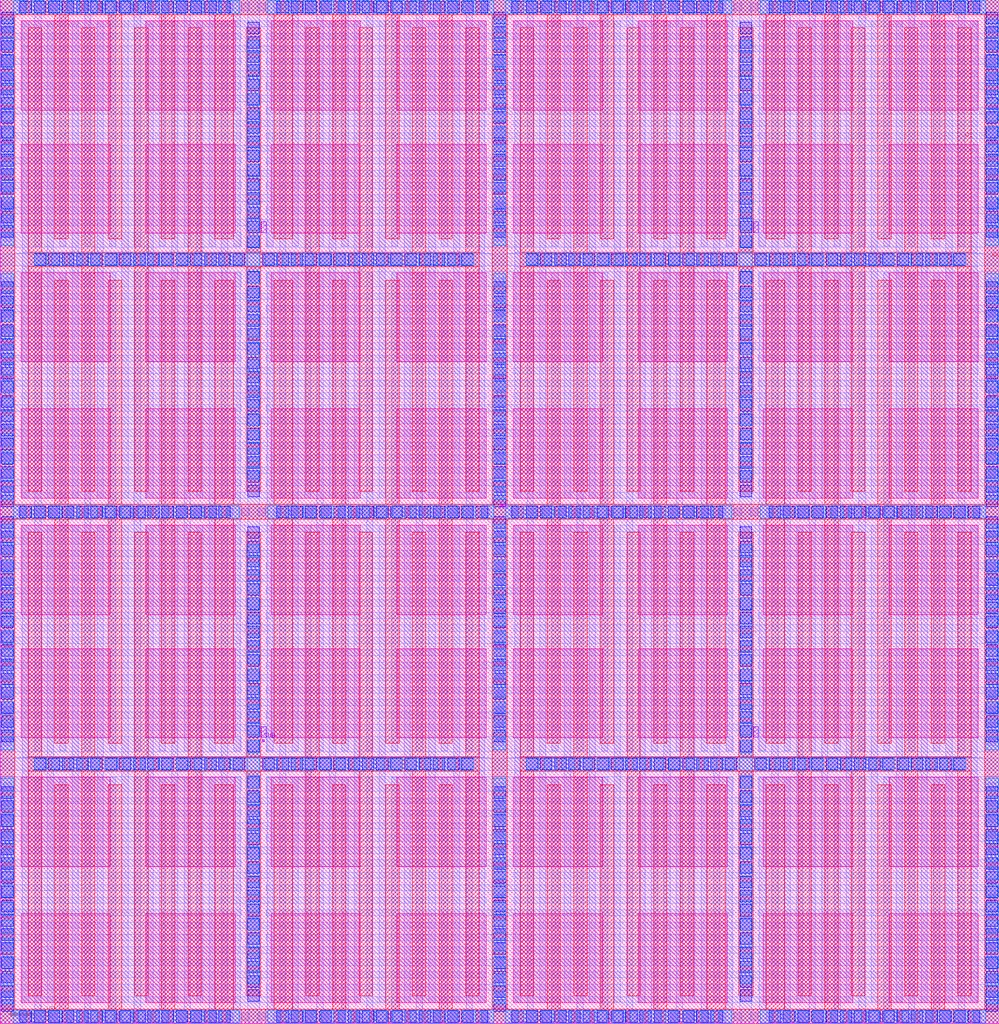
<source format=lef>
# Copyright 2020 The SkyWater PDK Authors
#
# Licensed under the Apache License, Version 2.0 (the "License");
# you may not use this file except in compliance with the License.
# You may obtain a copy of the License at
#
#     https://www.apache.org/licenses/LICENSE-2.0
#
# Unless required by applicable law or agreed to in writing, software
# distributed under the License is distributed on an "AS IS" BASIS,
# WITHOUT WARRANTIES OR CONDITIONS OF ANY KIND, either express or implied.
# See the License for the specific language governing permissions and
# limitations under the License.
#
# SPDX-License-Identifier: Apache-2.0

VERSION 5.7 ;
  NOWIREEXTENSIONATPIN ON ;
  DIVIDERCHAR "/" ;
  BUSBITCHARS "[]" ;
MACRO sky130_fd_pr__cap_vpp_11p5x11p7_m1m2m3_shieldl1m5_floatm4_top
  CLASS BLOCK ;
  FOREIGN sky130_fd_pr__cap_vpp_11p5x11p7_m1m2m3_shieldl1m5_floatm4_top ;
  ORIGIN  0.000000  0.000000 ;
  SIZE  22.49000 BY  23.05000 ;
  PIN C0
    PORT
      LAYER met3 ;
        RECT  0.000000  0.000000 22.490000  0.330000 ;
        RECT  0.000000  0.330000  0.330000 11.360000 ;
        RECT  0.000000 11.360000 22.490000 11.690000 ;
        RECT  0.000000 11.690000  0.330000 22.720000 ;
        RECT  0.000000 22.720000 22.490000 23.050000 ;
        RECT  1.230000  0.330000  1.530000  5.380000 ;
        RECT  1.230000  6.310000  1.530000 11.360000 ;
        RECT  1.230000 11.690000  1.530000 16.740000 ;
        RECT  1.230000 17.670000  1.530000 22.720000 ;
        RECT  2.430000  0.330000  2.730000  5.380000 ;
        RECT  2.430000  6.310000  2.730000 11.360000 ;
        RECT  2.430000 11.690000  2.730000 16.740000 ;
        RECT  2.430000 17.670000  2.730000 22.720000 ;
        RECT  3.630000  0.330000  3.930000  5.380000 ;
        RECT  3.630000  6.310000  3.930000 11.360000 ;
        RECT  3.630000 11.690000  3.930000 16.740000 ;
        RECT  3.630000 17.670000  3.930000 22.720000 ;
        RECT  4.830000  0.330000  5.240000  5.380000 ;
        RECT  4.830000  6.310000  5.240000 11.360000 ;
        RECT  4.830000 11.690000  5.240000 16.740000 ;
        RECT  4.830000 17.670000  5.240000 22.720000 ;
        RECT  6.170000  0.330000  6.580000  5.380000 ;
        RECT  6.170000  6.310000  6.580000 11.360000 ;
        RECT  6.170000 11.690000  6.580000 16.740000 ;
        RECT  6.170000 17.670000  6.580000 22.720000 ;
        RECT  7.480000  0.330000  7.780000  5.380000 ;
        RECT  7.480000  6.310000  7.780000 11.360000 ;
        RECT  7.480000 11.690000  7.780000 16.740000 ;
        RECT  7.480000 17.670000  7.780000 22.720000 ;
        RECT  8.680000  0.330000  8.980000  5.380000 ;
        RECT  8.680000  6.310000  8.980000 11.360000 ;
        RECT  8.680000 11.690000  8.980000 16.740000 ;
        RECT  8.680000 17.670000  8.980000 22.720000 ;
        RECT  9.880000  0.330000 10.180000  5.380000 ;
        RECT  9.880000  6.310000 10.180000 11.360000 ;
        RECT  9.880000 11.690000 10.180000 16.740000 ;
        RECT  9.880000 17.670000 10.180000 22.720000 ;
        RECT 11.080000  0.330000 11.410000 11.360000 ;
        RECT 11.080000 11.690000 11.410000 22.720000 ;
        RECT 12.310000  0.330000 12.610000  5.380000 ;
        RECT 12.310000  6.310000 12.610000 11.360000 ;
        RECT 12.310000 11.690000 12.610000 16.740000 ;
        RECT 12.310000 17.670000 12.610000 22.720000 ;
        RECT 13.510000  0.330000 13.810000  5.380000 ;
        RECT 13.510000  6.310000 13.810000 11.360000 ;
        RECT 13.510000 11.690000 13.810000 16.740000 ;
        RECT 13.510000 17.670000 13.810000 22.720000 ;
        RECT 14.710000  0.330000 15.010000  5.380000 ;
        RECT 14.710000  6.310000 15.010000 11.360000 ;
        RECT 14.710000 11.690000 15.010000 16.740000 ;
        RECT 14.710000 17.670000 15.010000 22.720000 ;
        RECT 15.910000  0.330000 16.320000  5.380000 ;
        RECT 15.910000  6.310000 16.320000 11.360000 ;
        RECT 15.910000 11.690000 16.320000 16.740000 ;
        RECT 15.910000 17.670000 16.320000 22.720000 ;
        RECT 17.250000  0.330000 17.660000  5.380000 ;
        RECT 17.250000  6.310000 17.660000 11.360000 ;
        RECT 17.250000 11.690000 17.660000 16.740000 ;
        RECT 17.250000 17.670000 17.660000 22.720000 ;
        RECT 18.560000  0.330000 18.860000  5.380000 ;
        RECT 18.560000  6.310000 18.860000 11.360000 ;
        RECT 18.560000 11.690000 18.860000 16.740000 ;
        RECT 18.560000 17.670000 18.860000 22.720000 ;
        RECT 19.760000  0.330000 20.060000  5.380000 ;
        RECT 19.760000  6.310000 20.060000 11.360000 ;
        RECT 19.760000 11.690000 20.060000 16.740000 ;
        RECT 19.760000 17.670000 20.060000 22.720000 ;
        RECT 20.960000  0.330000 21.260000  5.380000 ;
        RECT 20.960000  6.310000 21.260000 11.360000 ;
        RECT 20.960000 11.690000 21.260000 16.740000 ;
        RECT 20.960000 17.670000 21.260000 22.720000 ;
        RECT 22.160000  0.330000 22.490000 11.360000 ;
        RECT 22.160000 11.690000 22.490000 22.720000 ;
    END
  END C0
  PIN C1
    PORT
      LAYER met3 ;
        RECT  0.630000  0.630000  0.930000  5.680000 ;
        RECT  0.630000  5.680000 10.780000  6.010000 ;
        RECT  0.630000  6.010000  0.930000 11.060000 ;
        RECT  0.630000 11.990000  0.930000 17.040000 ;
        RECT  0.630000 17.040000 10.780000 17.370000 ;
        RECT  0.630000 17.370000  0.930000 22.420000 ;
        RECT  1.830000  0.630000  2.130000  5.680000 ;
        RECT  1.830000  6.010000  2.130000 11.060000 ;
        RECT  1.830000 11.990000  2.130000 17.040000 ;
        RECT  1.830000 17.370000  2.130000 22.420000 ;
        RECT  3.030000  0.630000  3.330000  5.680000 ;
        RECT  3.030000  6.010000  3.330000 11.060000 ;
        RECT  3.030000 11.990000  3.330000 17.040000 ;
        RECT  3.030000 17.370000  3.330000 22.420000 ;
        RECT  4.230000  0.630000  4.530000  5.680000 ;
        RECT  4.230000  6.010000  4.530000 11.060000 ;
        RECT  4.230000 11.990000  4.530000 17.040000 ;
        RECT  4.230000 17.370000  4.530000 22.420000 ;
        RECT  5.540000  0.630000  5.870000  5.680000 ;
        RECT  5.540000  6.010000  5.870000 11.060000 ;
        RECT  5.540000 11.990000  5.870000 17.040000 ;
        RECT  5.540000 17.370000  5.870000 22.420000 ;
        RECT  6.880000  0.630000  7.180000  5.680000 ;
        RECT  6.880000  6.010000  7.180000 11.060000 ;
        RECT  6.880000 11.990000  7.180000 17.040000 ;
        RECT  6.880000 17.370000  7.180000 22.420000 ;
        RECT  8.080000  0.630000  8.380000  5.680000 ;
        RECT  8.080000  6.010000  8.380000 11.060000 ;
        RECT  8.080000 11.990000  8.380000 17.040000 ;
        RECT  8.080000 17.370000  8.380000 22.420000 ;
        RECT  9.280000  0.630000  9.580000  5.680000 ;
        RECT  9.280000  6.010000  9.580000 11.060000 ;
        RECT  9.280000 11.990000  9.580000 17.040000 ;
        RECT  9.280000 17.370000  9.580000 22.420000 ;
        RECT 10.480000  0.630000 10.780000  5.680000 ;
        RECT 10.480000  6.010000 10.780000 11.060000 ;
        RECT 10.480000 11.990000 10.780000 17.040000 ;
        RECT 10.480000 17.370000 10.780000 22.420000 ;
        RECT 11.710000  0.630000 12.010000  5.680000 ;
        RECT 11.710000  5.680000 21.860000  6.010000 ;
        RECT 11.710000  6.010000 12.010000 11.060000 ;
        RECT 11.710000 11.990000 12.010000 17.040000 ;
        RECT 11.710000 17.040000 21.860000 17.370000 ;
        RECT 11.710000 17.370000 12.010000 22.420000 ;
        RECT 12.910000  0.630000 13.210000  5.680000 ;
        RECT 12.910000  6.010000 13.210000 11.060000 ;
        RECT 12.910000 11.990000 13.210000 17.040000 ;
        RECT 12.910000 17.370000 13.210000 22.420000 ;
        RECT 14.110000  0.630000 14.410000  5.680000 ;
        RECT 14.110000  6.010000 14.410000 11.060000 ;
        RECT 14.110000 11.990000 14.410000 17.040000 ;
        RECT 14.110000 17.370000 14.410000 22.420000 ;
        RECT 15.310000  0.630000 15.610000  5.680000 ;
        RECT 15.310000  6.010000 15.610000 11.060000 ;
        RECT 15.310000 11.990000 15.610000 17.040000 ;
        RECT 15.310000 17.370000 15.610000 22.420000 ;
        RECT 16.620000  0.630000 16.950000  5.680000 ;
        RECT 16.620000  6.010000 16.950000 11.060000 ;
        RECT 16.620000 11.990000 16.950000 17.040000 ;
        RECT 16.620000 17.370000 16.950000 22.420000 ;
        RECT 17.960000  0.630000 18.260000  5.680000 ;
        RECT 17.960000  6.010000 18.260000 11.060000 ;
        RECT 17.960000 11.990000 18.260000 17.040000 ;
        RECT 17.960000 17.370000 18.260000 22.420000 ;
        RECT 19.160000  0.630000 19.460000  5.680000 ;
        RECT 19.160000  6.010000 19.460000 11.060000 ;
        RECT 19.160000 11.990000 19.460000 17.040000 ;
        RECT 19.160000 17.370000 19.460000 22.420000 ;
        RECT 20.360000  0.630000 20.660000  5.680000 ;
        RECT 20.360000  6.010000 20.660000 11.060000 ;
        RECT 20.360000 11.990000 20.660000 17.040000 ;
        RECT 20.360000 17.370000 20.660000 22.420000 ;
        RECT 21.560000  0.630000 21.860000  5.680000 ;
        RECT 21.560000  6.010000 21.860000 11.060000 ;
        RECT 21.560000 11.990000 21.860000 17.040000 ;
        RECT 21.560000 17.370000 21.860000 22.420000 ;
    END
  END C1
  PIN M5
    PORT
      LAYER met5 ;
        RECT 0.000000 0.000000 22.490000 23.050000 ;
    END
  END M5
  PIN SUB
    PORT
      LAYER pwell ;
        RECT 5.895000 6.345000 5.945000 6.395000 ;
    END
  END SUB
  OBS
    LAYER li1 ;
      RECT 0.000000 0.000000 22.490000 23.050000 ;
    LAYER mcon ;
      RECT  0.080000  0.580000  0.250000  0.750000 ;
      RECT  0.080000  0.940000  0.250000  1.110000 ;
      RECT  0.080000  1.300000  0.250000  1.470000 ;
      RECT  0.080000  1.660000  0.250000  1.830000 ;
      RECT  0.080000  2.020000  0.250000  2.190000 ;
      RECT  0.080000  2.380000  0.250000  2.550000 ;
      RECT  0.080000  2.740000  0.250000  2.910000 ;
      RECT  0.080000  3.100000  0.250000  3.270000 ;
      RECT  0.080000  3.460000  0.250000  3.630000 ;
      RECT  0.080000  3.820000  0.250000  3.990000 ;
      RECT  0.080000  4.180000  0.250000  4.350000 ;
      RECT  0.080000  4.540000  0.250000  4.710000 ;
      RECT  0.080000  4.900000  0.250000  5.070000 ;
      RECT  0.080000  5.260000  0.250000  5.430000 ;
      RECT  0.080000  6.260000  0.250000  6.430000 ;
      RECT  0.080000  6.620000  0.250000  6.790000 ;
      RECT  0.080000  6.980000  0.250000  7.150000 ;
      RECT  0.080000  7.340000  0.250000  7.510000 ;
      RECT  0.080000  7.700000  0.250000  7.870000 ;
      RECT  0.080000  8.060000  0.250000  8.230000 ;
      RECT  0.080000  8.420000  0.250000  8.590000 ;
      RECT  0.080000  8.780000  0.250000  8.950000 ;
      RECT  0.080000  9.140000  0.250000  9.310000 ;
      RECT  0.080000  9.500000  0.250000  9.670000 ;
      RECT  0.080000  9.860000  0.250000 10.030000 ;
      RECT  0.080000 10.220000  0.250000 10.390000 ;
      RECT  0.080000 10.580000  0.250000 10.750000 ;
      RECT  0.080000 10.940000  0.250000 11.110000 ;
      RECT  0.080000 11.940000  0.250000 12.110000 ;
      RECT  0.080000 12.300000  0.250000 12.470000 ;
      RECT  0.080000 12.660000  0.250000 12.830000 ;
      RECT  0.080000 13.020000  0.250000 13.190000 ;
      RECT  0.080000 13.380000  0.250000 13.550000 ;
      RECT  0.080000 13.740000  0.250000 13.910000 ;
      RECT  0.080000 14.100000  0.250000 14.270000 ;
      RECT  0.080000 14.460000  0.250000 14.630000 ;
      RECT  0.080000 14.820000  0.250000 14.990000 ;
      RECT  0.080000 15.180000  0.250000 15.350000 ;
      RECT  0.080000 15.540000  0.250000 15.710000 ;
      RECT  0.080000 15.900000  0.250000 16.070000 ;
      RECT  0.080000 16.260000  0.250000 16.430000 ;
      RECT  0.080000 16.620000  0.250000 16.790000 ;
      RECT  0.080000 17.620000  0.250000 17.790000 ;
      RECT  0.080000 17.980000  0.250000 18.150000 ;
      RECT  0.080000 18.340000  0.250000 18.510000 ;
      RECT  0.080000 18.700000  0.250000 18.870000 ;
      RECT  0.080000 19.060000  0.250000 19.230000 ;
      RECT  0.080000 19.420000  0.250000 19.590000 ;
      RECT  0.080000 19.780000  0.250000 19.950000 ;
      RECT  0.080000 20.140000  0.250000 20.310000 ;
      RECT  0.080000 20.500000  0.250000 20.670000 ;
      RECT  0.080000 20.860000  0.250000 21.030000 ;
      RECT  0.080000 21.220000  0.250000 21.390000 ;
      RECT  0.080000 21.580000  0.250000 21.750000 ;
      RECT  0.080000 21.940000  0.250000 22.110000 ;
      RECT  0.080000 22.300000  0.250000 22.470000 ;
      RECT  0.400000  0.080000  0.570000  0.250000 ;
      RECT  0.400000 11.440000  0.570000 11.610000 ;
      RECT  0.400000 22.800000  0.570000 22.970000 ;
      RECT  0.760000  0.080000  0.930000  0.250000 ;
      RECT  0.760000 11.440000  0.930000 11.610000 ;
      RECT  0.760000 22.800000  0.930000 22.970000 ;
      RECT  1.120000  0.080000  1.290000  0.250000 ;
      RECT  1.120000 11.440000  1.290000 11.610000 ;
      RECT  1.120000 22.800000  1.290000 22.970000 ;
      RECT  1.480000  0.080000  1.650000  0.250000 ;
      RECT  1.480000 11.440000  1.650000 11.610000 ;
      RECT  1.480000 22.800000  1.650000 22.970000 ;
      RECT  1.840000  0.080000  2.010000  0.250000 ;
      RECT  1.840000 11.440000  2.010000 11.610000 ;
      RECT  1.840000 22.800000  2.010000 22.970000 ;
      RECT  2.200000  0.080000  2.370000  0.250000 ;
      RECT  2.200000 11.440000  2.370000 11.610000 ;
      RECT  2.200000 22.800000  2.370000 22.970000 ;
      RECT  2.560000  0.080000  2.730000  0.250000 ;
      RECT  2.560000 11.440000  2.730000 11.610000 ;
      RECT  2.560000 22.800000  2.730000 22.970000 ;
      RECT  2.920000  0.080000  3.090000  0.250000 ;
      RECT  2.920000 11.440000  3.090000 11.610000 ;
      RECT  2.920000 22.800000  3.090000 22.970000 ;
      RECT  3.280000  0.080000  3.450000  0.250000 ;
      RECT  3.280000 11.440000  3.450000 11.610000 ;
      RECT  3.280000 22.800000  3.450000 22.970000 ;
      RECT  3.640000  0.080000  3.810000  0.250000 ;
      RECT  3.640000 11.440000  3.810000 11.610000 ;
      RECT  3.640000 22.800000  3.810000 22.970000 ;
      RECT  4.000000  0.080000  4.170000  0.250000 ;
      RECT  4.000000 11.440000  4.170000 11.610000 ;
      RECT  4.000000 22.800000  4.170000 22.970000 ;
      RECT  4.360000  0.080000  4.530000  0.250000 ;
      RECT  4.360000 11.440000  4.530000 11.610000 ;
      RECT  4.360000 22.800000  4.530000 22.970000 ;
      RECT  4.720000  0.080000  4.890000  0.250000 ;
      RECT  4.720000 11.440000  4.890000 11.610000 ;
      RECT  4.720000 22.800000  4.890000 22.970000 ;
      RECT  5.080000  0.080000  5.250000  0.250000 ;
      RECT  5.080000 11.440000  5.250000 11.610000 ;
      RECT  5.080000 22.800000  5.250000 22.970000 ;
      RECT  5.440000  0.080000  5.610000  0.250000 ;
      RECT  5.440000 11.440000  5.610000 11.610000 ;
      RECT  5.440000 22.800000  5.610000 22.970000 ;
      RECT  5.800000  0.080000  5.970000  0.250000 ;
      RECT  5.800000 11.440000  5.970000 11.610000 ;
      RECT  5.800000 22.800000  5.970000 22.970000 ;
      RECT  6.160000  0.080000  6.330000  0.250000 ;
      RECT  6.160000 11.440000  6.330000 11.610000 ;
      RECT  6.160000 22.800000  6.330000 22.970000 ;
      RECT  6.520000  0.080000  6.690000  0.250000 ;
      RECT  6.520000 11.440000  6.690000 11.610000 ;
      RECT  6.520000 22.800000  6.690000 22.970000 ;
      RECT  6.880000  0.080000  7.050000  0.250000 ;
      RECT  6.880000 11.440000  7.050000 11.610000 ;
      RECT  6.880000 22.800000  7.050000 22.970000 ;
      RECT  7.240000  0.080000  7.410000  0.250000 ;
      RECT  7.240000 11.440000  7.410000 11.610000 ;
      RECT  7.240000 22.800000  7.410000 22.970000 ;
      RECT  7.600000  0.080000  7.770000  0.250000 ;
      RECT  7.600000 11.440000  7.770000 11.610000 ;
      RECT  7.600000 22.800000  7.770000 22.970000 ;
      RECT  7.960000  0.080000  8.130000  0.250000 ;
      RECT  7.960000 11.440000  8.130000 11.610000 ;
      RECT  7.960000 22.800000  8.130000 22.970000 ;
      RECT  8.320000  0.080000  8.490000  0.250000 ;
      RECT  8.320000 11.440000  8.490000 11.610000 ;
      RECT  8.320000 22.800000  8.490000 22.970000 ;
      RECT  8.680000  0.080000  8.850000  0.250000 ;
      RECT  8.680000 11.440000  8.850000 11.610000 ;
      RECT  8.680000 22.800000  8.850000 22.970000 ;
      RECT  9.040000  0.080000  9.210000  0.250000 ;
      RECT  9.040000 11.440000  9.210000 11.610000 ;
      RECT  9.040000 22.800000  9.210000 22.970000 ;
      RECT  9.400000  0.080000  9.570000  0.250000 ;
      RECT  9.400000 11.440000  9.570000 11.610000 ;
      RECT  9.400000 22.800000  9.570000 22.970000 ;
      RECT  9.760000  0.080000  9.930000  0.250000 ;
      RECT  9.760000 11.440000  9.930000 11.610000 ;
      RECT  9.760000 22.800000  9.930000 22.970000 ;
      RECT 10.120000  0.080000 10.290000  0.250000 ;
      RECT 10.120000 11.440000 10.290000 11.610000 ;
      RECT 10.120000 22.800000 10.290000 22.970000 ;
      RECT 10.480000  0.080000 10.650000  0.250000 ;
      RECT 10.480000 11.440000 10.650000 11.610000 ;
      RECT 10.480000 22.800000 10.650000 22.970000 ;
      RECT 10.840000  0.080000 11.010000  0.250000 ;
      RECT 10.840000 11.440000 11.010000 11.610000 ;
      RECT 10.840000 22.800000 11.010000 22.970000 ;
      RECT 11.160000  0.580000 11.330000  0.750000 ;
      RECT 11.160000  0.940000 11.330000  1.110000 ;
      RECT 11.160000  1.300000 11.330000  1.470000 ;
      RECT 11.160000  1.660000 11.330000  1.830000 ;
      RECT 11.160000  2.020000 11.330000  2.190000 ;
      RECT 11.160000  2.380000 11.330000  2.550000 ;
      RECT 11.160000  2.740000 11.330000  2.910000 ;
      RECT 11.160000  3.100000 11.330000  3.270000 ;
      RECT 11.160000  3.460000 11.330000  3.630000 ;
      RECT 11.160000  3.820000 11.330000  3.990000 ;
      RECT 11.160000  4.180000 11.330000  4.350000 ;
      RECT 11.160000  4.540000 11.330000  4.710000 ;
      RECT 11.160000  4.900000 11.330000  5.070000 ;
      RECT 11.160000  5.260000 11.330000  5.430000 ;
      RECT 11.160000  6.260000 11.330000  6.430000 ;
      RECT 11.160000  6.620000 11.330000  6.790000 ;
      RECT 11.160000  6.980000 11.330000  7.150000 ;
      RECT 11.160000  7.340000 11.330000  7.510000 ;
      RECT 11.160000  7.700000 11.330000  7.870000 ;
      RECT 11.160000  8.060000 11.330000  8.230000 ;
      RECT 11.160000  8.420000 11.330000  8.590000 ;
      RECT 11.160000  8.780000 11.330000  8.950000 ;
      RECT 11.160000  9.140000 11.330000  9.310000 ;
      RECT 11.160000  9.500000 11.330000  9.670000 ;
      RECT 11.160000  9.860000 11.330000 10.030000 ;
      RECT 11.160000 10.220000 11.330000 10.390000 ;
      RECT 11.160000 10.580000 11.330000 10.750000 ;
      RECT 11.160000 10.940000 11.330000 11.110000 ;
      RECT 11.160000 11.940000 11.330000 12.110000 ;
      RECT 11.160000 12.300000 11.330000 12.470000 ;
      RECT 11.160000 12.660000 11.330000 12.830000 ;
      RECT 11.160000 13.020000 11.330000 13.190000 ;
      RECT 11.160000 13.380000 11.330000 13.550000 ;
      RECT 11.160000 13.740000 11.330000 13.910000 ;
      RECT 11.160000 14.100000 11.330000 14.270000 ;
      RECT 11.160000 14.460000 11.330000 14.630000 ;
      RECT 11.160000 14.820000 11.330000 14.990000 ;
      RECT 11.160000 15.180000 11.330000 15.350000 ;
      RECT 11.160000 15.540000 11.330000 15.710000 ;
      RECT 11.160000 15.900000 11.330000 16.070000 ;
      RECT 11.160000 16.260000 11.330000 16.430000 ;
      RECT 11.160000 16.620000 11.330000 16.790000 ;
      RECT 11.160000 17.620000 11.330000 17.790000 ;
      RECT 11.160000 17.980000 11.330000 18.150000 ;
      RECT 11.160000 18.340000 11.330000 18.510000 ;
      RECT 11.160000 18.700000 11.330000 18.870000 ;
      RECT 11.160000 19.060000 11.330000 19.230000 ;
      RECT 11.160000 19.420000 11.330000 19.590000 ;
      RECT 11.160000 19.780000 11.330000 19.950000 ;
      RECT 11.160000 20.140000 11.330000 20.310000 ;
      RECT 11.160000 20.500000 11.330000 20.670000 ;
      RECT 11.160000 20.860000 11.330000 21.030000 ;
      RECT 11.160000 21.220000 11.330000 21.390000 ;
      RECT 11.160000 21.580000 11.330000 21.750000 ;
      RECT 11.160000 21.940000 11.330000 22.110000 ;
      RECT 11.160000 22.300000 11.330000 22.470000 ;
      RECT 11.480000  0.080000 11.650000  0.250000 ;
      RECT 11.480000 11.440000 11.650000 11.610000 ;
      RECT 11.480000 22.800000 11.650000 22.970000 ;
      RECT 11.840000  0.080000 12.010000  0.250000 ;
      RECT 11.840000 11.440000 12.010000 11.610000 ;
      RECT 11.840000 22.800000 12.010000 22.970000 ;
      RECT 12.200000  0.080000 12.370000  0.250000 ;
      RECT 12.200000 11.440000 12.370000 11.610000 ;
      RECT 12.200000 22.800000 12.370000 22.970000 ;
      RECT 12.560000  0.080000 12.730000  0.250000 ;
      RECT 12.560000 11.440000 12.730000 11.610000 ;
      RECT 12.560000 22.800000 12.730000 22.970000 ;
      RECT 12.920000  0.080000 13.090000  0.250000 ;
      RECT 12.920000 11.440000 13.090000 11.610000 ;
      RECT 12.920000 22.800000 13.090000 22.970000 ;
      RECT 13.280000  0.080000 13.450000  0.250000 ;
      RECT 13.280000 11.440000 13.450000 11.610000 ;
      RECT 13.280000 22.800000 13.450000 22.970000 ;
      RECT 13.640000  0.080000 13.810000  0.250000 ;
      RECT 13.640000 11.440000 13.810000 11.610000 ;
      RECT 13.640000 22.800000 13.810000 22.970000 ;
      RECT 14.000000  0.080000 14.170000  0.250000 ;
      RECT 14.000000 11.440000 14.170000 11.610000 ;
      RECT 14.000000 22.800000 14.170000 22.970000 ;
      RECT 14.360000  0.080000 14.530000  0.250000 ;
      RECT 14.360000 11.440000 14.530000 11.610000 ;
      RECT 14.360000 22.800000 14.530000 22.970000 ;
      RECT 14.720000  0.080000 14.890000  0.250000 ;
      RECT 14.720000 11.440000 14.890000 11.610000 ;
      RECT 14.720000 22.800000 14.890000 22.970000 ;
      RECT 15.080000  0.080000 15.250000  0.250000 ;
      RECT 15.080000 11.440000 15.250000 11.610000 ;
      RECT 15.080000 22.800000 15.250000 22.970000 ;
      RECT 15.440000  0.080000 15.610000  0.250000 ;
      RECT 15.440000 11.440000 15.610000 11.610000 ;
      RECT 15.440000 22.800000 15.610000 22.970000 ;
      RECT 15.800000  0.080000 15.970000  0.250000 ;
      RECT 15.800000 11.440000 15.970000 11.610000 ;
      RECT 15.800000 22.800000 15.970000 22.970000 ;
      RECT 16.160000  0.080000 16.330000  0.250000 ;
      RECT 16.160000 11.440000 16.330000 11.610000 ;
      RECT 16.160000 22.800000 16.330000 22.970000 ;
      RECT 16.520000  0.080000 16.690000  0.250000 ;
      RECT 16.520000 11.440000 16.690000 11.610000 ;
      RECT 16.520000 22.800000 16.690000 22.970000 ;
      RECT 16.880000  0.080000 17.050000  0.250000 ;
      RECT 16.880000 11.440000 17.050000 11.610000 ;
      RECT 16.880000 22.800000 17.050000 22.970000 ;
      RECT 17.240000  0.080000 17.410000  0.250000 ;
      RECT 17.240000 11.440000 17.410000 11.610000 ;
      RECT 17.240000 22.800000 17.410000 22.970000 ;
      RECT 17.600000  0.080000 17.770000  0.250000 ;
      RECT 17.600000 11.440000 17.770000 11.610000 ;
      RECT 17.600000 22.800000 17.770000 22.970000 ;
      RECT 17.960000  0.080000 18.130000  0.250000 ;
      RECT 17.960000 11.440000 18.130000 11.610000 ;
      RECT 17.960000 22.800000 18.130000 22.970000 ;
      RECT 18.320000  0.080000 18.490000  0.250000 ;
      RECT 18.320000 11.440000 18.490000 11.610000 ;
      RECT 18.320000 22.800000 18.490000 22.970000 ;
      RECT 18.680000  0.080000 18.850000  0.250000 ;
      RECT 18.680000 11.440000 18.850000 11.610000 ;
      RECT 18.680000 22.800000 18.850000 22.970000 ;
      RECT 19.040000  0.080000 19.210000  0.250000 ;
      RECT 19.040000 11.440000 19.210000 11.610000 ;
      RECT 19.040000 22.800000 19.210000 22.970000 ;
      RECT 19.400000  0.080000 19.570000  0.250000 ;
      RECT 19.400000 11.440000 19.570000 11.610000 ;
      RECT 19.400000 22.800000 19.570000 22.970000 ;
      RECT 19.760000  0.080000 19.930000  0.250000 ;
      RECT 19.760000 11.440000 19.930000 11.610000 ;
      RECT 19.760000 22.800000 19.930000 22.970000 ;
      RECT 20.120000  0.080000 20.290000  0.250000 ;
      RECT 20.120000 11.440000 20.290000 11.610000 ;
      RECT 20.120000 22.800000 20.290000 22.970000 ;
      RECT 20.480000  0.080000 20.650000  0.250000 ;
      RECT 20.480000 11.440000 20.650000 11.610000 ;
      RECT 20.480000 22.800000 20.650000 22.970000 ;
      RECT 20.840000  0.080000 21.010000  0.250000 ;
      RECT 20.840000 11.440000 21.010000 11.610000 ;
      RECT 20.840000 22.800000 21.010000 22.970000 ;
      RECT 21.200000  0.080000 21.370000  0.250000 ;
      RECT 21.200000 11.440000 21.370000 11.610000 ;
      RECT 21.200000 22.800000 21.370000 22.970000 ;
      RECT 21.560000  0.080000 21.730000  0.250000 ;
      RECT 21.560000 11.440000 21.730000 11.610000 ;
      RECT 21.560000 22.800000 21.730000 22.970000 ;
      RECT 21.920000  0.080000 22.090000  0.250000 ;
      RECT 21.920000 11.440000 22.090000 11.610000 ;
      RECT 21.920000 22.800000 22.090000 22.970000 ;
      RECT 22.240000  0.580000 22.410000  0.750000 ;
      RECT 22.240000  0.940000 22.410000  1.110000 ;
      RECT 22.240000  1.300000 22.410000  1.470000 ;
      RECT 22.240000  1.660000 22.410000  1.830000 ;
      RECT 22.240000  2.020000 22.410000  2.190000 ;
      RECT 22.240000  2.380000 22.410000  2.550000 ;
      RECT 22.240000  2.740000 22.410000  2.910000 ;
      RECT 22.240000  3.100000 22.410000  3.270000 ;
      RECT 22.240000  3.460000 22.410000  3.630000 ;
      RECT 22.240000  3.820000 22.410000  3.990000 ;
      RECT 22.240000  4.180000 22.410000  4.350000 ;
      RECT 22.240000  4.540000 22.410000  4.710000 ;
      RECT 22.240000  4.900000 22.410000  5.070000 ;
      RECT 22.240000  5.260000 22.410000  5.430000 ;
      RECT 22.240000  6.260000 22.410000  6.430000 ;
      RECT 22.240000  6.620000 22.410000  6.790000 ;
      RECT 22.240000  6.980000 22.410000  7.150000 ;
      RECT 22.240000  7.340000 22.410000  7.510000 ;
      RECT 22.240000  7.700000 22.410000  7.870000 ;
      RECT 22.240000  8.060000 22.410000  8.230000 ;
      RECT 22.240000  8.420000 22.410000  8.590000 ;
      RECT 22.240000  8.780000 22.410000  8.950000 ;
      RECT 22.240000  9.140000 22.410000  9.310000 ;
      RECT 22.240000  9.500000 22.410000  9.670000 ;
      RECT 22.240000  9.860000 22.410000 10.030000 ;
      RECT 22.240000 10.220000 22.410000 10.390000 ;
      RECT 22.240000 10.580000 22.410000 10.750000 ;
      RECT 22.240000 10.940000 22.410000 11.110000 ;
      RECT 22.240000 11.940000 22.410000 12.110000 ;
      RECT 22.240000 12.300000 22.410000 12.470000 ;
      RECT 22.240000 12.660000 22.410000 12.830000 ;
      RECT 22.240000 13.020000 22.410000 13.190000 ;
      RECT 22.240000 13.380000 22.410000 13.550000 ;
      RECT 22.240000 13.740000 22.410000 13.910000 ;
      RECT 22.240000 14.100000 22.410000 14.270000 ;
      RECT 22.240000 14.460000 22.410000 14.630000 ;
      RECT 22.240000 14.820000 22.410000 14.990000 ;
      RECT 22.240000 15.180000 22.410000 15.350000 ;
      RECT 22.240000 15.540000 22.410000 15.710000 ;
      RECT 22.240000 15.900000 22.410000 16.070000 ;
      RECT 22.240000 16.260000 22.410000 16.430000 ;
      RECT 22.240000 16.620000 22.410000 16.790000 ;
      RECT 22.240000 17.620000 22.410000 17.790000 ;
      RECT 22.240000 17.980000 22.410000 18.150000 ;
      RECT 22.240000 18.340000 22.410000 18.510000 ;
      RECT 22.240000 18.700000 22.410000 18.870000 ;
      RECT 22.240000 19.060000 22.410000 19.230000 ;
      RECT 22.240000 19.420000 22.410000 19.590000 ;
      RECT 22.240000 19.780000 22.410000 19.950000 ;
      RECT 22.240000 20.140000 22.410000 20.310000 ;
      RECT 22.240000 20.500000 22.410000 20.670000 ;
      RECT 22.240000 20.860000 22.410000 21.030000 ;
      RECT 22.240000 21.220000 22.410000 21.390000 ;
      RECT 22.240000 21.580000 22.410000 21.750000 ;
      RECT 22.240000 21.940000 22.410000 22.110000 ;
      RECT 22.240000 22.300000 22.410000 22.470000 ;
    LAYER met1 ;
      RECT  0.000000  0.000000 22.490000  0.330000 ;
      RECT  0.000000  0.330000  0.330000 11.360000 ;
      RECT  0.000000 11.360000 22.490000 11.690000 ;
      RECT  0.000000 11.690000  0.330000 22.720000 ;
      RECT  0.000000 22.720000 22.490000 23.050000 ;
      RECT  0.500000  0.470000  0.640000  5.685000 ;
      RECT  0.500000  5.685000 10.910000  6.005000 ;
      RECT  0.500000  6.005000  0.640000 11.220000 ;
      RECT  0.500000 11.830000  0.640000 17.045000 ;
      RECT  0.500000 17.045000 10.910000 17.365000 ;
      RECT  0.500000 17.365000  0.640000 22.580000 ;
      RECT  0.780000  0.330000  0.920000  5.545000 ;
      RECT  0.780000  6.145000  0.920000 11.360000 ;
      RECT  0.780000 11.690000  0.920000 16.905000 ;
      RECT  0.780000 17.505000  0.920000 22.720000 ;
      RECT  1.060000  0.470000  1.200000  5.685000 ;
      RECT  1.060000  6.005000  1.200000 11.220000 ;
      RECT  1.060000 11.830000  1.200000 17.045000 ;
      RECT  1.060000 17.365000  1.200000 22.580000 ;
      RECT  1.340000  0.330000  1.480000  5.545000 ;
      RECT  1.340000  6.145000  1.480000 11.360000 ;
      RECT  1.340000 11.690000  1.480000 16.905000 ;
      RECT  1.340000 17.505000  1.480000 22.720000 ;
      RECT  1.620000  0.470000  1.760000  5.685000 ;
      RECT  1.620000  6.005000  1.760000 11.220000 ;
      RECT  1.620000 11.830000  1.760000 17.045000 ;
      RECT  1.620000 17.365000  1.760000 22.580000 ;
      RECT  1.900000  0.330000  2.040000  5.545000 ;
      RECT  1.900000  6.145000  2.040000 11.360000 ;
      RECT  1.900000 11.690000  2.040000 16.905000 ;
      RECT  1.900000 17.505000  2.040000 22.720000 ;
      RECT  2.180000  0.470000  2.320000  5.685000 ;
      RECT  2.180000  6.005000  2.320000 11.220000 ;
      RECT  2.180000 11.830000  2.320000 17.045000 ;
      RECT  2.180000 17.365000  2.320000 22.580000 ;
      RECT  2.460000  0.330000  2.600000  5.545000 ;
      RECT  2.460000  6.145000  2.600000 11.360000 ;
      RECT  2.460000 11.690000  2.600000 16.905000 ;
      RECT  2.460000 17.505000  2.600000 22.720000 ;
      RECT  2.740000  0.470000  2.880000  5.685000 ;
      RECT  2.740000  6.005000  2.880000 11.220000 ;
      RECT  2.740000 11.830000  2.880000 17.045000 ;
      RECT  2.740000 17.365000  2.880000 22.580000 ;
      RECT  3.020000  0.330000  3.160000  5.545000 ;
      RECT  3.020000  6.145000  3.160000 11.360000 ;
      RECT  3.020000 11.690000  3.160000 16.905000 ;
      RECT  3.020000 17.505000  3.160000 22.720000 ;
      RECT  3.300000  0.470000  3.440000  5.685000 ;
      RECT  3.300000  6.005000  3.440000 11.220000 ;
      RECT  3.300000 11.830000  3.440000 17.045000 ;
      RECT  3.300000 17.365000  3.440000 22.580000 ;
      RECT  3.580000  0.330000  3.720000  5.545000 ;
      RECT  3.580000  6.145000  3.720000 11.360000 ;
      RECT  3.580000 11.690000  3.720000 16.905000 ;
      RECT  3.580000 17.505000  3.720000 22.720000 ;
      RECT  3.860000  0.470000  4.000000  5.685000 ;
      RECT  3.860000  6.005000  4.000000 11.220000 ;
      RECT  3.860000 11.830000  4.000000 17.045000 ;
      RECT  3.860000 17.365000  4.000000 22.580000 ;
      RECT  4.140000  0.330000  4.280000  5.545000 ;
      RECT  4.140000  6.145000  4.280000 11.360000 ;
      RECT  4.140000 11.690000  4.280000 16.905000 ;
      RECT  4.140000 17.505000  4.280000 22.720000 ;
      RECT  4.420000  0.470000  4.560000  5.685000 ;
      RECT  4.420000  6.005000  4.560000 11.220000 ;
      RECT  4.420000 11.830000  4.560000 17.045000 ;
      RECT  4.420000 17.365000  4.560000 22.580000 ;
      RECT  4.700000  0.330000  4.840000  5.545000 ;
      RECT  4.700000  6.145000  4.840000 11.360000 ;
      RECT  4.700000 11.690000  4.840000 16.905000 ;
      RECT  4.700000 17.505000  4.840000 22.720000 ;
      RECT  4.980000  0.470000  5.120000  5.685000 ;
      RECT  4.980000  6.005000  5.120000 11.220000 ;
      RECT  4.980000 11.830000  5.120000 17.045000 ;
      RECT  4.980000 17.365000  5.120000 22.580000 ;
      RECT  5.260000  0.330000  5.400000  5.545000 ;
      RECT  5.260000  6.145000  5.400000 11.360000 ;
      RECT  5.260000 11.690000  5.400000 16.905000 ;
      RECT  5.260000 17.505000  5.400000 22.720000 ;
      RECT  5.570000  0.470000  5.840000  5.685000 ;
      RECT  5.570000  6.005000  5.840000 11.220000 ;
      RECT  5.570000 11.830000  5.840000 17.045000 ;
      RECT  5.570000 17.365000  5.840000 22.580000 ;
      RECT  6.010000  0.330000  6.150000  5.545000 ;
      RECT  6.010000  6.145000  6.150000 11.360000 ;
      RECT  6.010000 11.690000  6.150000 16.905000 ;
      RECT  6.010000 17.505000  6.150000 22.720000 ;
      RECT  6.290000  0.470000  6.430000  5.685000 ;
      RECT  6.290000  6.005000  6.430000 11.220000 ;
      RECT  6.290000 11.830000  6.430000 17.045000 ;
      RECT  6.290000 17.365000  6.430000 22.580000 ;
      RECT  6.570000  0.330000  6.710000  5.545000 ;
      RECT  6.570000  6.145000  6.710000 11.360000 ;
      RECT  6.570000 11.690000  6.710000 16.905000 ;
      RECT  6.570000 17.505000  6.710000 22.720000 ;
      RECT  6.850000  0.470000  6.990000  5.685000 ;
      RECT  6.850000  6.005000  6.990000 11.220000 ;
      RECT  6.850000 11.830000  6.990000 17.045000 ;
      RECT  6.850000 17.365000  6.990000 22.580000 ;
      RECT  7.130000  0.330000  7.270000  5.545000 ;
      RECT  7.130000  6.145000  7.270000 11.360000 ;
      RECT  7.130000 11.690000  7.270000 16.905000 ;
      RECT  7.130000 17.505000  7.270000 22.720000 ;
      RECT  7.410000  0.470000  7.550000  5.685000 ;
      RECT  7.410000  6.005000  7.550000 11.220000 ;
      RECT  7.410000 11.830000  7.550000 17.045000 ;
      RECT  7.410000 17.365000  7.550000 22.580000 ;
      RECT  7.690000  0.330000  7.830000  5.545000 ;
      RECT  7.690000  6.145000  7.830000 11.360000 ;
      RECT  7.690000 11.690000  7.830000 16.905000 ;
      RECT  7.690000 17.505000  7.830000 22.720000 ;
      RECT  7.970000  0.470000  8.110000  5.685000 ;
      RECT  7.970000  6.005000  8.110000 11.220000 ;
      RECT  7.970000 11.830000  8.110000 17.045000 ;
      RECT  7.970000 17.365000  8.110000 22.580000 ;
      RECT  8.250000  0.330000  8.390000  5.545000 ;
      RECT  8.250000  6.145000  8.390000 11.360000 ;
      RECT  8.250000 11.690000  8.390000 16.905000 ;
      RECT  8.250000 17.505000  8.390000 22.720000 ;
      RECT  8.530000  0.470000  8.670000  5.685000 ;
      RECT  8.530000  6.005000  8.670000 11.220000 ;
      RECT  8.530000 11.830000  8.670000 17.045000 ;
      RECT  8.530000 17.365000  8.670000 22.580000 ;
      RECT  8.810000  0.330000  8.950000  5.545000 ;
      RECT  8.810000  6.145000  8.950000 11.360000 ;
      RECT  8.810000 11.690000  8.950000 16.905000 ;
      RECT  8.810000 17.505000  8.950000 22.720000 ;
      RECT  9.090000  0.470000  9.230000  5.685000 ;
      RECT  9.090000  6.005000  9.230000 11.220000 ;
      RECT  9.090000 11.830000  9.230000 17.045000 ;
      RECT  9.090000 17.365000  9.230000 22.580000 ;
      RECT  9.370000  0.330000  9.510000  5.545000 ;
      RECT  9.370000  6.145000  9.510000 11.360000 ;
      RECT  9.370000 11.690000  9.510000 16.905000 ;
      RECT  9.370000 17.505000  9.510000 22.720000 ;
      RECT  9.650000  0.470000  9.790000  5.685000 ;
      RECT  9.650000  6.005000  9.790000 11.220000 ;
      RECT  9.650000 11.830000  9.790000 17.045000 ;
      RECT  9.650000 17.365000  9.790000 22.580000 ;
      RECT  9.930000  0.330000 10.070000  5.545000 ;
      RECT  9.930000  6.145000 10.070000 11.360000 ;
      RECT  9.930000 11.690000 10.070000 16.905000 ;
      RECT  9.930000 17.505000 10.070000 22.720000 ;
      RECT 10.210000  0.470000 10.350000  5.685000 ;
      RECT 10.210000  6.005000 10.350000 11.220000 ;
      RECT 10.210000 11.830000 10.350000 17.045000 ;
      RECT 10.210000 17.365000 10.350000 22.580000 ;
      RECT 10.490000  0.330000 10.630000  5.545000 ;
      RECT 10.490000  6.145000 10.630000 11.360000 ;
      RECT 10.490000 11.690000 10.630000 16.905000 ;
      RECT 10.490000 17.505000 10.630000 22.720000 ;
      RECT 10.770000  0.470000 10.910000  5.685000 ;
      RECT 10.770000  6.005000 10.910000 11.220000 ;
      RECT 10.770000 11.830000 10.910000 17.045000 ;
      RECT 10.770000 17.365000 10.910000 22.580000 ;
      RECT 11.080000  0.330000 11.410000 11.360000 ;
      RECT 11.080000 11.690000 11.410000 22.720000 ;
      RECT 11.580000  0.470000 11.720000  5.685000 ;
      RECT 11.580000  5.685000 21.990000  6.005000 ;
      RECT 11.580000  6.005000 11.720000 11.220000 ;
      RECT 11.580000 11.830000 11.720000 17.045000 ;
      RECT 11.580000 17.045000 21.990000 17.365000 ;
      RECT 11.580000 17.365000 11.720000 22.580000 ;
      RECT 11.860000  0.330000 12.000000  5.545000 ;
      RECT 11.860000  6.145000 12.000000 11.360000 ;
      RECT 11.860000 11.690000 12.000000 16.905000 ;
      RECT 11.860000 17.505000 12.000000 22.720000 ;
      RECT 12.140000  0.470000 12.280000  5.685000 ;
      RECT 12.140000  6.005000 12.280000 11.220000 ;
      RECT 12.140000 11.830000 12.280000 17.045000 ;
      RECT 12.140000 17.365000 12.280000 22.580000 ;
      RECT 12.420000  0.330000 12.560000  5.545000 ;
      RECT 12.420000  6.145000 12.560000 11.360000 ;
      RECT 12.420000 11.690000 12.560000 16.905000 ;
      RECT 12.420000 17.505000 12.560000 22.720000 ;
      RECT 12.700000  0.470000 12.840000  5.685000 ;
      RECT 12.700000  6.005000 12.840000 11.220000 ;
      RECT 12.700000 11.830000 12.840000 17.045000 ;
      RECT 12.700000 17.365000 12.840000 22.580000 ;
      RECT 12.980000  0.330000 13.120000  5.545000 ;
      RECT 12.980000  6.145000 13.120000 11.360000 ;
      RECT 12.980000 11.690000 13.120000 16.905000 ;
      RECT 12.980000 17.505000 13.120000 22.720000 ;
      RECT 13.260000  0.470000 13.400000  5.685000 ;
      RECT 13.260000  6.005000 13.400000 11.220000 ;
      RECT 13.260000 11.830000 13.400000 17.045000 ;
      RECT 13.260000 17.365000 13.400000 22.580000 ;
      RECT 13.540000  0.330000 13.680000  5.545000 ;
      RECT 13.540000  6.145000 13.680000 11.360000 ;
      RECT 13.540000 11.690000 13.680000 16.905000 ;
      RECT 13.540000 17.505000 13.680000 22.720000 ;
      RECT 13.820000  0.470000 13.960000  5.685000 ;
      RECT 13.820000  6.005000 13.960000 11.220000 ;
      RECT 13.820000 11.830000 13.960000 17.045000 ;
      RECT 13.820000 17.365000 13.960000 22.580000 ;
      RECT 14.100000  0.330000 14.240000  5.545000 ;
      RECT 14.100000  6.145000 14.240000 11.360000 ;
      RECT 14.100000 11.690000 14.240000 16.905000 ;
      RECT 14.100000 17.505000 14.240000 22.720000 ;
      RECT 14.380000  0.470000 14.520000  5.685000 ;
      RECT 14.380000  6.005000 14.520000 11.220000 ;
      RECT 14.380000 11.830000 14.520000 17.045000 ;
      RECT 14.380000 17.365000 14.520000 22.580000 ;
      RECT 14.660000  0.330000 14.800000  5.545000 ;
      RECT 14.660000  6.145000 14.800000 11.360000 ;
      RECT 14.660000 11.690000 14.800000 16.905000 ;
      RECT 14.660000 17.505000 14.800000 22.720000 ;
      RECT 14.940000  0.470000 15.080000  5.685000 ;
      RECT 14.940000  6.005000 15.080000 11.220000 ;
      RECT 14.940000 11.830000 15.080000 17.045000 ;
      RECT 14.940000 17.365000 15.080000 22.580000 ;
      RECT 15.220000  0.330000 15.360000  5.545000 ;
      RECT 15.220000  6.145000 15.360000 11.360000 ;
      RECT 15.220000 11.690000 15.360000 16.905000 ;
      RECT 15.220000 17.505000 15.360000 22.720000 ;
      RECT 15.500000  0.470000 15.640000  5.685000 ;
      RECT 15.500000  6.005000 15.640000 11.220000 ;
      RECT 15.500000 11.830000 15.640000 17.045000 ;
      RECT 15.500000 17.365000 15.640000 22.580000 ;
      RECT 15.780000  0.330000 15.920000  5.545000 ;
      RECT 15.780000  6.145000 15.920000 11.360000 ;
      RECT 15.780000 11.690000 15.920000 16.905000 ;
      RECT 15.780000 17.505000 15.920000 22.720000 ;
      RECT 16.060000  0.470000 16.200000  5.685000 ;
      RECT 16.060000  6.005000 16.200000 11.220000 ;
      RECT 16.060000 11.830000 16.200000 17.045000 ;
      RECT 16.060000 17.365000 16.200000 22.580000 ;
      RECT 16.340000  0.330000 16.480000  5.545000 ;
      RECT 16.340000  6.145000 16.480000 11.360000 ;
      RECT 16.340000 11.690000 16.480000 16.905000 ;
      RECT 16.340000 17.505000 16.480000 22.720000 ;
      RECT 16.650000  0.470000 16.920000  5.685000 ;
      RECT 16.650000  6.005000 16.920000 11.220000 ;
      RECT 16.650000 11.830000 16.920000 17.045000 ;
      RECT 16.650000 17.365000 16.920000 22.580000 ;
      RECT 17.090000  0.330000 17.230000  5.545000 ;
      RECT 17.090000  6.145000 17.230000 11.360000 ;
      RECT 17.090000 11.690000 17.230000 16.905000 ;
      RECT 17.090000 17.505000 17.230000 22.720000 ;
      RECT 17.370000  0.470000 17.510000  5.685000 ;
      RECT 17.370000  6.005000 17.510000 11.220000 ;
      RECT 17.370000 11.830000 17.510000 17.045000 ;
      RECT 17.370000 17.365000 17.510000 22.580000 ;
      RECT 17.650000  0.330000 17.790000  5.545000 ;
      RECT 17.650000  6.145000 17.790000 11.360000 ;
      RECT 17.650000 11.690000 17.790000 16.905000 ;
      RECT 17.650000 17.505000 17.790000 22.720000 ;
      RECT 17.930000  0.470000 18.070000  5.685000 ;
      RECT 17.930000  6.005000 18.070000 11.220000 ;
      RECT 17.930000 11.830000 18.070000 17.045000 ;
      RECT 17.930000 17.365000 18.070000 22.580000 ;
      RECT 18.210000  0.330000 18.350000  5.545000 ;
      RECT 18.210000  6.145000 18.350000 11.360000 ;
      RECT 18.210000 11.690000 18.350000 16.905000 ;
      RECT 18.210000 17.505000 18.350000 22.720000 ;
      RECT 18.490000  0.470000 18.630000  5.685000 ;
      RECT 18.490000  6.005000 18.630000 11.220000 ;
      RECT 18.490000 11.830000 18.630000 17.045000 ;
      RECT 18.490000 17.365000 18.630000 22.580000 ;
      RECT 18.770000  0.330000 18.910000  5.545000 ;
      RECT 18.770000  6.145000 18.910000 11.360000 ;
      RECT 18.770000 11.690000 18.910000 16.905000 ;
      RECT 18.770000 17.505000 18.910000 22.720000 ;
      RECT 19.050000  0.470000 19.190000  5.685000 ;
      RECT 19.050000  6.005000 19.190000 11.220000 ;
      RECT 19.050000 11.830000 19.190000 17.045000 ;
      RECT 19.050000 17.365000 19.190000 22.580000 ;
      RECT 19.330000  0.330000 19.470000  5.545000 ;
      RECT 19.330000  6.145000 19.470000 11.360000 ;
      RECT 19.330000 11.690000 19.470000 16.905000 ;
      RECT 19.330000 17.505000 19.470000 22.720000 ;
      RECT 19.610000  0.470000 19.750000  5.685000 ;
      RECT 19.610000  6.005000 19.750000 11.220000 ;
      RECT 19.610000 11.830000 19.750000 17.045000 ;
      RECT 19.610000 17.365000 19.750000 22.580000 ;
      RECT 19.890000  0.330000 20.030000  5.545000 ;
      RECT 19.890000  6.145000 20.030000 11.360000 ;
      RECT 19.890000 11.690000 20.030000 16.905000 ;
      RECT 19.890000 17.505000 20.030000 22.720000 ;
      RECT 20.170000  0.470000 20.310000  5.685000 ;
      RECT 20.170000  6.005000 20.310000 11.220000 ;
      RECT 20.170000 11.830000 20.310000 17.045000 ;
      RECT 20.170000 17.365000 20.310000 22.580000 ;
      RECT 20.450000  0.330000 20.590000  5.545000 ;
      RECT 20.450000  6.145000 20.590000 11.360000 ;
      RECT 20.450000 11.690000 20.590000 16.905000 ;
      RECT 20.450000 17.505000 20.590000 22.720000 ;
      RECT 20.730000  0.470000 20.870000  5.685000 ;
      RECT 20.730000  6.005000 20.870000 11.220000 ;
      RECT 20.730000 11.830000 20.870000 17.045000 ;
      RECT 20.730000 17.365000 20.870000 22.580000 ;
      RECT 21.010000  0.330000 21.150000  5.545000 ;
      RECT 21.010000  6.145000 21.150000 11.360000 ;
      RECT 21.010000 11.690000 21.150000 16.905000 ;
      RECT 21.010000 17.505000 21.150000 22.720000 ;
      RECT 21.290000  0.470000 21.430000  5.685000 ;
      RECT 21.290000  6.005000 21.430000 11.220000 ;
      RECT 21.290000 11.830000 21.430000 17.045000 ;
      RECT 21.290000 17.365000 21.430000 22.580000 ;
      RECT 21.570000  0.330000 21.710000  5.545000 ;
      RECT 21.570000  6.145000 21.710000 11.360000 ;
      RECT 21.570000 11.690000 21.710000 16.905000 ;
      RECT 21.570000 17.505000 21.710000 22.720000 ;
      RECT 21.850000  0.470000 21.990000  5.685000 ;
      RECT 21.850000  6.005000 21.990000 11.220000 ;
      RECT 21.850000 11.830000 21.990000 17.045000 ;
      RECT 21.850000 17.365000 21.990000 22.580000 ;
      RECT 22.160000  0.330000 22.490000 11.360000 ;
      RECT 22.160000 11.690000 22.490000 22.720000 ;
    LAYER met2 ;
      RECT  0.000000  0.000000  5.430000  0.330000 ;
      RECT  0.000000  0.330000  0.330000  0.750000 ;
      RECT  0.000000  0.750000  5.425000  0.890000 ;
      RECT  0.000000  0.890000  0.330000  1.310000 ;
      RECT  0.000000  1.310000  5.425000  1.450000 ;
      RECT  0.000000  1.450000  0.330000  1.870000 ;
      RECT  0.000000  1.870000  5.425000  2.010000 ;
      RECT  0.000000  2.010000  0.330000  2.430000 ;
      RECT  0.000000  2.430000  5.425000  2.570000 ;
      RECT  0.000000  2.570000  0.330000  2.990000 ;
      RECT  0.000000  2.990000  5.425000  3.130000 ;
      RECT  0.000000  3.130000  0.330000  3.550000 ;
      RECT  0.000000  3.550000  5.425000  3.690000 ;
      RECT  0.000000  3.690000  0.330000  4.110000 ;
      RECT  0.000000  4.110000  5.425000  4.250000 ;
      RECT  0.000000  4.250000  0.330000  4.670000 ;
      RECT  0.000000  4.670000  5.425000  4.810000 ;
      RECT  0.000000  4.810000  0.330000  5.230000 ;
      RECT  0.000000  5.230000  5.425000  5.565000 ;
      RECT  0.000000  5.565000  0.330000  5.570000 ;
      RECT  0.000000  5.710000 22.490000  5.980000 ;
      RECT  0.000000  6.120000  0.330000  6.125000 ;
      RECT  0.000000  6.125000  5.425000  6.460000 ;
      RECT  0.000000  6.460000  0.330000  6.880000 ;
      RECT  0.000000  6.880000  5.425000  7.020000 ;
      RECT  0.000000  7.020000  0.330000  7.440000 ;
      RECT  0.000000  7.440000  5.425000  7.580000 ;
      RECT  0.000000  7.580000  0.330000  8.000000 ;
      RECT  0.000000  8.000000  5.425000  8.140000 ;
      RECT  0.000000  8.140000  0.330000  8.560000 ;
      RECT  0.000000  8.560000  5.425000  8.700000 ;
      RECT  0.000000  8.700000  0.330000  9.120000 ;
      RECT  0.000000  9.120000  5.425000  9.260000 ;
      RECT  0.000000  9.260000  0.330000  9.680000 ;
      RECT  0.000000  9.680000  5.425000  9.820000 ;
      RECT  0.000000  9.820000  0.330000 10.240000 ;
      RECT  0.000000 10.240000  5.425000 10.380000 ;
      RECT  0.000000 10.380000  0.330000 10.800000 ;
      RECT  0.000000 10.800000  5.425000 10.940000 ;
      RECT  0.000000 10.940000  0.330000 11.360000 ;
      RECT  0.000000 11.360000  5.430000 11.690000 ;
      RECT  0.000000 11.690000  0.330000 12.110000 ;
      RECT  0.000000 12.110000  5.425000 12.250000 ;
      RECT  0.000000 12.250000  0.330000 12.670000 ;
      RECT  0.000000 12.670000  5.425000 12.810000 ;
      RECT  0.000000 12.810000  0.330000 13.230000 ;
      RECT  0.000000 13.230000  5.425000 13.370000 ;
      RECT  0.000000 13.370000  0.330000 13.790000 ;
      RECT  0.000000 13.790000  5.425000 13.930000 ;
      RECT  0.000000 13.930000  0.330000 14.350000 ;
      RECT  0.000000 14.350000  5.425000 14.490000 ;
      RECT  0.000000 14.490000  0.330000 14.910000 ;
      RECT  0.000000 14.910000  5.425000 15.050000 ;
      RECT  0.000000 15.050000  0.330000 15.470000 ;
      RECT  0.000000 15.470000  5.425000 15.610000 ;
      RECT  0.000000 15.610000  0.330000 16.030000 ;
      RECT  0.000000 16.030000  5.425000 16.170000 ;
      RECT  0.000000 16.170000  0.330000 16.590000 ;
      RECT  0.000000 16.590000  5.425000 16.925000 ;
      RECT  0.000000 16.925000  0.330000 16.930000 ;
      RECT  0.000000 17.070000 22.490000 17.340000 ;
      RECT  0.000000 17.480000  0.330000 17.485000 ;
      RECT  0.000000 17.485000  5.425000 17.820000 ;
      RECT  0.000000 17.820000  0.330000 18.240000 ;
      RECT  0.000000 18.240000  5.425000 18.380000 ;
      RECT  0.000000 18.380000  0.330000 18.800000 ;
      RECT  0.000000 18.800000  5.425000 18.940000 ;
      RECT  0.000000 18.940000  0.330000 19.360000 ;
      RECT  0.000000 19.360000  5.425000 19.500000 ;
      RECT  0.000000 19.500000  0.330000 19.920000 ;
      RECT  0.000000 19.920000  5.425000 20.060000 ;
      RECT  0.000000 20.060000  0.330000 20.480000 ;
      RECT  0.000000 20.480000  5.425000 20.620000 ;
      RECT  0.000000 20.620000  0.330000 21.040000 ;
      RECT  0.000000 21.040000  5.425000 21.180000 ;
      RECT  0.000000 21.180000  0.330000 21.600000 ;
      RECT  0.000000 21.600000  5.425000 21.740000 ;
      RECT  0.000000 21.740000  0.330000 22.160000 ;
      RECT  0.000000 22.160000  5.425000 22.300000 ;
      RECT  0.000000 22.300000  0.330000 22.720000 ;
      RECT  0.000000 22.720000  5.430000 23.050000 ;
      RECT  0.370000  5.705000 11.040000  5.710000 ;
      RECT  0.370000  5.980000 11.040000  5.985000 ;
      RECT  0.370000 17.065000 11.040000 17.070000 ;
      RECT  0.370000 17.340000 11.040000 17.345000 ;
      RECT  0.470000  0.470000 10.940000  0.610000 ;
      RECT  0.470000  1.030000 10.940000  1.170000 ;
      RECT  0.470000  1.590000 10.940000  1.730000 ;
      RECT  0.470000  2.150000 10.940000  2.290000 ;
      RECT  0.470000  2.710000 10.940000  2.850000 ;
      RECT  0.470000  3.270000 10.940000  3.410000 ;
      RECT  0.470000  3.830000 10.940000  3.970000 ;
      RECT  0.470000  4.390000 10.940000  4.530000 ;
      RECT  0.470000  4.950000 10.940000  5.090000 ;
      RECT  0.470000  6.600000 10.940000  6.740000 ;
      RECT  0.470000  7.160000 10.940000  7.300000 ;
      RECT  0.470000  7.720000 10.940000  7.860000 ;
      RECT  0.470000  8.280000 10.940000  8.420000 ;
      RECT  0.470000  8.840000 10.940000  8.980000 ;
      RECT  0.470000  9.400000 10.940000  9.540000 ;
      RECT  0.470000  9.960000 10.940000 10.100000 ;
      RECT  0.470000 10.520000 10.940000 10.660000 ;
      RECT  0.470000 11.080000 10.940000 11.220000 ;
      RECT  0.470000 11.830000 10.940000 11.970000 ;
      RECT  0.470000 12.390000 10.940000 12.530000 ;
      RECT  0.470000 12.950000 10.940000 13.090000 ;
      RECT  0.470000 13.510000 10.940000 13.650000 ;
      RECT  0.470000 14.070000 10.940000 14.210000 ;
      RECT  0.470000 14.630000 10.940000 14.770000 ;
      RECT  0.470000 15.190000 10.940000 15.330000 ;
      RECT  0.470000 15.750000 10.940000 15.890000 ;
      RECT  0.470000 16.310000 10.940000 16.450000 ;
      RECT  0.470000 17.960000 10.940000 18.100000 ;
      RECT  0.470000 18.520000 10.940000 18.660000 ;
      RECT  0.470000 19.080000 10.940000 19.220000 ;
      RECT  0.470000 19.640000 10.940000 19.780000 ;
      RECT  0.470000 20.200000 10.940000 20.340000 ;
      RECT  0.470000 20.760000 10.940000 20.900000 ;
      RECT  0.470000 21.320000 10.940000 21.460000 ;
      RECT  0.470000 21.880000 10.940000 22.020000 ;
      RECT  0.470000 22.440000 10.940000 22.580000 ;
      RECT  5.565000  0.610000  5.845000  1.030000 ;
      RECT  5.565000  1.170000  5.845000  1.590000 ;
      RECT  5.565000  1.730000  5.845000  2.150000 ;
      RECT  5.565000  2.290000  5.845000  2.710000 ;
      RECT  5.565000  2.850000  5.845000  3.270000 ;
      RECT  5.565000  3.410000  5.845000  3.830000 ;
      RECT  5.565000  3.970000  5.845000  4.390000 ;
      RECT  5.565000  4.530000  5.845000  4.950000 ;
      RECT  5.565000  5.090000  5.845000  5.705000 ;
      RECT  5.565000  5.985000  5.845000  6.600000 ;
      RECT  5.565000  6.740000  5.845000  7.160000 ;
      RECT  5.565000  7.300000  5.845000  7.720000 ;
      RECT  5.565000  7.860000  5.845000  8.280000 ;
      RECT  5.565000  8.420000  5.845000  8.840000 ;
      RECT  5.565000  8.980000  5.845000  9.400000 ;
      RECT  5.565000  9.540000  5.845000  9.960000 ;
      RECT  5.565000 10.100000  5.845000 10.520000 ;
      RECT  5.565000 10.660000  5.845000 11.080000 ;
      RECT  5.565000 11.970000  5.845000 12.390000 ;
      RECT  5.565000 12.530000  5.845000 12.950000 ;
      RECT  5.565000 13.090000  5.845000 13.510000 ;
      RECT  5.565000 13.650000  5.845000 14.070000 ;
      RECT  5.565000 14.210000  5.845000 14.630000 ;
      RECT  5.565000 14.770000  5.845000 15.190000 ;
      RECT  5.565000 15.330000  5.845000 15.750000 ;
      RECT  5.565000 15.890000  5.845000 16.310000 ;
      RECT  5.565000 16.450000  5.845000 17.065000 ;
      RECT  5.565000 17.345000  5.845000 17.960000 ;
      RECT  5.565000 18.100000  5.845000 18.520000 ;
      RECT  5.565000 18.660000  5.845000 19.080000 ;
      RECT  5.565000 19.220000  5.845000 19.640000 ;
      RECT  5.565000 19.780000  5.845000 20.200000 ;
      RECT  5.565000 20.340000  5.845000 20.760000 ;
      RECT  5.565000 20.900000  5.845000 21.320000 ;
      RECT  5.565000 21.460000  5.845000 21.880000 ;
      RECT  5.565000 22.020000  5.845000 22.440000 ;
      RECT  5.570000  0.000000  5.840000  0.470000 ;
      RECT  5.570000 11.220000  5.840000 11.830000 ;
      RECT  5.570000 22.580000  5.840000 23.050000 ;
      RECT  5.980000  0.000000 16.510000  0.330000 ;
      RECT  5.980000 11.360000 16.510000 11.690000 ;
      RECT  5.980000 22.720000 16.510000 23.050000 ;
      RECT  5.985000  0.750000 16.505000  0.890000 ;
      RECT  5.985000  1.310000 16.505000  1.450000 ;
      RECT  5.985000  1.870000 16.505000  2.010000 ;
      RECT  5.985000  2.430000 16.505000  2.570000 ;
      RECT  5.985000  2.990000 16.505000  3.130000 ;
      RECT  5.985000  3.550000 16.505000  3.690000 ;
      RECT  5.985000  4.110000 16.505000  4.250000 ;
      RECT  5.985000  4.670000 16.505000  4.810000 ;
      RECT  5.985000  5.230000 16.505000  5.565000 ;
      RECT  5.985000  6.125000 16.505000  6.460000 ;
      RECT  5.985000  6.880000 16.505000  7.020000 ;
      RECT  5.985000  7.440000 16.505000  7.580000 ;
      RECT  5.985000  8.000000 16.505000  8.140000 ;
      RECT  5.985000  8.560000 16.505000  8.700000 ;
      RECT  5.985000  9.120000 16.505000  9.260000 ;
      RECT  5.985000  9.680000 16.505000  9.820000 ;
      RECT  5.985000 10.240000 16.505000 10.380000 ;
      RECT  5.985000 10.800000 16.505000 10.940000 ;
      RECT  5.985000 12.110000 16.505000 12.250000 ;
      RECT  5.985000 12.670000 16.505000 12.810000 ;
      RECT  5.985000 13.230000 16.505000 13.370000 ;
      RECT  5.985000 13.790000 16.505000 13.930000 ;
      RECT  5.985000 14.350000 16.505000 14.490000 ;
      RECT  5.985000 14.910000 16.505000 15.050000 ;
      RECT  5.985000 15.470000 16.505000 15.610000 ;
      RECT  5.985000 16.030000 16.505000 16.170000 ;
      RECT  5.985000 16.590000 16.505000 16.925000 ;
      RECT  5.985000 17.485000 16.505000 17.820000 ;
      RECT  5.985000 18.240000 16.505000 18.380000 ;
      RECT  5.985000 18.800000 16.505000 18.940000 ;
      RECT  5.985000 19.360000 16.505000 19.500000 ;
      RECT  5.985000 19.920000 16.505000 20.060000 ;
      RECT  5.985000 20.480000 16.505000 20.620000 ;
      RECT  5.985000 21.040000 16.505000 21.180000 ;
      RECT  5.985000 21.600000 16.505000 21.740000 ;
      RECT  5.985000 22.160000 16.505000 22.300000 ;
      RECT 11.080000  0.330000 11.410000  0.750000 ;
      RECT 11.080000  0.890000 11.410000  1.310000 ;
      RECT 11.080000  1.450000 11.410000  1.870000 ;
      RECT 11.080000  2.010000 11.410000  2.430000 ;
      RECT 11.080000  2.570000 11.410000  2.990000 ;
      RECT 11.080000  3.130000 11.410000  3.550000 ;
      RECT 11.080000  3.690000 11.410000  4.110000 ;
      RECT 11.080000  4.250000 11.410000  4.670000 ;
      RECT 11.080000  4.810000 11.410000  5.230000 ;
      RECT 11.080000  5.565000 11.410000  5.570000 ;
      RECT 11.080000  6.120000 11.410000  6.125000 ;
      RECT 11.080000  6.460000 11.410000  6.880000 ;
      RECT 11.080000  7.020000 11.410000  7.440000 ;
      RECT 11.080000  7.580000 11.410000  8.000000 ;
      RECT 11.080000  8.140000 11.410000  8.560000 ;
      RECT 11.080000  8.700000 11.410000  9.120000 ;
      RECT 11.080000  9.260000 11.410000  9.680000 ;
      RECT 11.080000  9.820000 11.410000 10.240000 ;
      RECT 11.080000 10.380000 11.410000 10.800000 ;
      RECT 11.080000 10.940000 11.410000 11.360000 ;
      RECT 11.080000 11.690000 11.410000 12.110000 ;
      RECT 11.080000 12.250000 11.410000 12.670000 ;
      RECT 11.080000 12.810000 11.410000 13.230000 ;
      RECT 11.080000 13.370000 11.410000 13.790000 ;
      RECT 11.080000 13.930000 11.410000 14.350000 ;
      RECT 11.080000 14.490000 11.410000 14.910000 ;
      RECT 11.080000 15.050000 11.410000 15.470000 ;
      RECT 11.080000 15.610000 11.410000 16.030000 ;
      RECT 11.080000 16.170000 11.410000 16.590000 ;
      RECT 11.080000 16.925000 11.410000 16.930000 ;
      RECT 11.080000 17.480000 11.410000 17.485000 ;
      RECT 11.080000 17.820000 11.410000 18.240000 ;
      RECT 11.080000 18.380000 11.410000 18.800000 ;
      RECT 11.080000 18.940000 11.410000 19.360000 ;
      RECT 11.080000 19.500000 11.410000 19.920000 ;
      RECT 11.080000 20.060000 11.410000 20.480000 ;
      RECT 11.080000 20.620000 11.410000 21.040000 ;
      RECT 11.080000 21.180000 11.410000 21.600000 ;
      RECT 11.080000 21.740000 11.410000 22.160000 ;
      RECT 11.080000 22.300000 11.410000 22.720000 ;
      RECT 11.450000  5.705000 22.120000  5.710000 ;
      RECT 11.450000  5.980000 22.120000  5.985000 ;
      RECT 11.450000 17.065000 22.120000 17.070000 ;
      RECT 11.450000 17.340000 22.120000 17.345000 ;
      RECT 11.550000  0.470000 22.020000  0.610000 ;
      RECT 11.550000  1.030000 22.020000  1.170000 ;
      RECT 11.550000  1.590000 22.020000  1.730000 ;
      RECT 11.550000  2.150000 22.020000  2.290000 ;
      RECT 11.550000  2.710000 22.020000  2.850000 ;
      RECT 11.550000  3.270000 22.020000  3.410000 ;
      RECT 11.550000  3.830000 22.020000  3.970000 ;
      RECT 11.550000  4.390000 22.020000  4.530000 ;
      RECT 11.550000  4.950000 22.020000  5.090000 ;
      RECT 11.550000  6.600000 22.020000  6.740000 ;
      RECT 11.550000  7.160000 22.020000  7.300000 ;
      RECT 11.550000  7.720000 22.020000  7.860000 ;
      RECT 11.550000  8.280000 22.020000  8.420000 ;
      RECT 11.550000  8.840000 22.020000  8.980000 ;
      RECT 11.550000  9.400000 22.020000  9.540000 ;
      RECT 11.550000  9.960000 22.020000 10.100000 ;
      RECT 11.550000 10.520000 22.020000 10.660000 ;
      RECT 11.550000 11.080000 22.020000 11.220000 ;
      RECT 11.550000 11.830000 22.020000 11.970000 ;
      RECT 11.550000 12.390000 22.020000 12.530000 ;
      RECT 11.550000 12.950000 22.020000 13.090000 ;
      RECT 11.550000 13.510000 22.020000 13.650000 ;
      RECT 11.550000 14.070000 22.020000 14.210000 ;
      RECT 11.550000 14.630000 22.020000 14.770000 ;
      RECT 11.550000 15.190000 22.020000 15.330000 ;
      RECT 11.550000 15.750000 22.020000 15.890000 ;
      RECT 11.550000 16.310000 22.020000 16.450000 ;
      RECT 11.550000 17.960000 22.020000 18.100000 ;
      RECT 11.550000 18.520000 22.020000 18.660000 ;
      RECT 11.550000 19.080000 22.020000 19.220000 ;
      RECT 11.550000 19.640000 22.020000 19.780000 ;
      RECT 11.550000 20.200000 22.020000 20.340000 ;
      RECT 11.550000 20.760000 22.020000 20.900000 ;
      RECT 11.550000 21.320000 22.020000 21.460000 ;
      RECT 11.550000 21.880000 22.020000 22.020000 ;
      RECT 11.550000 22.440000 22.020000 22.580000 ;
      RECT 16.645000  0.610000 16.925000  1.030000 ;
      RECT 16.645000  1.170000 16.925000  1.590000 ;
      RECT 16.645000  1.730000 16.925000  2.150000 ;
      RECT 16.645000  2.290000 16.925000  2.710000 ;
      RECT 16.645000  2.850000 16.925000  3.270000 ;
      RECT 16.645000  3.410000 16.925000  3.830000 ;
      RECT 16.645000  3.970000 16.925000  4.390000 ;
      RECT 16.645000  4.530000 16.925000  4.950000 ;
      RECT 16.645000  5.090000 16.925000  5.705000 ;
      RECT 16.645000  5.985000 16.925000  6.600000 ;
      RECT 16.645000  6.740000 16.925000  7.160000 ;
      RECT 16.645000  7.300000 16.925000  7.720000 ;
      RECT 16.645000  7.860000 16.925000  8.280000 ;
      RECT 16.645000  8.420000 16.925000  8.840000 ;
      RECT 16.645000  8.980000 16.925000  9.400000 ;
      RECT 16.645000  9.540000 16.925000  9.960000 ;
      RECT 16.645000 10.100000 16.925000 10.520000 ;
      RECT 16.645000 10.660000 16.925000 11.080000 ;
      RECT 16.645000 11.970000 16.925000 12.390000 ;
      RECT 16.645000 12.530000 16.925000 12.950000 ;
      RECT 16.645000 13.090000 16.925000 13.510000 ;
      RECT 16.645000 13.650000 16.925000 14.070000 ;
      RECT 16.645000 14.210000 16.925000 14.630000 ;
      RECT 16.645000 14.770000 16.925000 15.190000 ;
      RECT 16.645000 15.330000 16.925000 15.750000 ;
      RECT 16.645000 15.890000 16.925000 16.310000 ;
      RECT 16.645000 16.450000 16.925000 17.065000 ;
      RECT 16.645000 17.345000 16.925000 17.960000 ;
      RECT 16.645000 18.100000 16.925000 18.520000 ;
      RECT 16.645000 18.660000 16.925000 19.080000 ;
      RECT 16.645000 19.220000 16.925000 19.640000 ;
      RECT 16.645000 19.780000 16.925000 20.200000 ;
      RECT 16.645000 20.340000 16.925000 20.760000 ;
      RECT 16.645000 20.900000 16.925000 21.320000 ;
      RECT 16.645000 21.460000 16.925000 21.880000 ;
      RECT 16.645000 22.020000 16.925000 22.440000 ;
      RECT 16.650000  0.000000 16.920000  0.470000 ;
      RECT 16.650000 11.220000 16.920000 11.830000 ;
      RECT 16.650000 22.580000 16.920000 23.050000 ;
      RECT 17.060000  0.000000 22.490000  0.330000 ;
      RECT 17.060000 11.360000 22.490000 11.690000 ;
      RECT 17.060000 22.720000 22.490000 23.050000 ;
      RECT 17.065000  0.750000 22.490000  0.890000 ;
      RECT 17.065000  1.310000 22.490000  1.450000 ;
      RECT 17.065000  1.870000 22.490000  2.010000 ;
      RECT 17.065000  2.430000 22.490000  2.570000 ;
      RECT 17.065000  2.990000 22.490000  3.130000 ;
      RECT 17.065000  3.550000 22.490000  3.690000 ;
      RECT 17.065000  4.110000 22.490000  4.250000 ;
      RECT 17.065000  4.670000 22.490000  4.810000 ;
      RECT 17.065000  5.230000 22.490000  5.565000 ;
      RECT 17.065000  6.125000 22.490000  6.460000 ;
      RECT 17.065000  6.880000 22.490000  7.020000 ;
      RECT 17.065000  7.440000 22.490000  7.580000 ;
      RECT 17.065000  8.000000 22.490000  8.140000 ;
      RECT 17.065000  8.560000 22.490000  8.700000 ;
      RECT 17.065000  9.120000 22.490000  9.260000 ;
      RECT 17.065000  9.680000 22.490000  9.820000 ;
      RECT 17.065000 10.240000 22.490000 10.380000 ;
      RECT 17.065000 10.800000 22.490000 10.940000 ;
      RECT 17.065000 12.110000 22.490000 12.250000 ;
      RECT 17.065000 12.670000 22.490000 12.810000 ;
      RECT 17.065000 13.230000 22.490000 13.370000 ;
      RECT 17.065000 13.790000 22.490000 13.930000 ;
      RECT 17.065000 14.350000 22.490000 14.490000 ;
      RECT 17.065000 14.910000 22.490000 15.050000 ;
      RECT 17.065000 15.470000 22.490000 15.610000 ;
      RECT 17.065000 16.030000 22.490000 16.170000 ;
      RECT 17.065000 16.590000 22.490000 16.925000 ;
      RECT 17.065000 17.485000 22.490000 17.820000 ;
      RECT 17.065000 18.240000 22.490000 18.380000 ;
      RECT 17.065000 18.800000 22.490000 18.940000 ;
      RECT 17.065000 19.360000 22.490000 19.500000 ;
      RECT 17.065000 19.920000 22.490000 20.060000 ;
      RECT 17.065000 20.480000 22.490000 20.620000 ;
      RECT 17.065000 21.040000 22.490000 21.180000 ;
      RECT 17.065000 21.600000 22.490000 21.740000 ;
      RECT 17.065000 22.160000 22.490000 22.300000 ;
      RECT 22.160000  0.330000 22.490000  0.750000 ;
      RECT 22.160000  0.890000 22.490000  1.310000 ;
      RECT 22.160000  1.450000 22.490000  1.870000 ;
      RECT 22.160000  2.010000 22.490000  2.430000 ;
      RECT 22.160000  2.570000 22.490000  2.990000 ;
      RECT 22.160000  3.130000 22.490000  3.550000 ;
      RECT 22.160000  3.690000 22.490000  4.110000 ;
      RECT 22.160000  4.250000 22.490000  4.670000 ;
      RECT 22.160000  4.810000 22.490000  5.230000 ;
      RECT 22.160000  5.565000 22.490000  5.570000 ;
      RECT 22.160000  6.120000 22.490000  6.125000 ;
      RECT 22.160000  6.460000 22.490000  6.880000 ;
      RECT 22.160000  7.020000 22.490000  7.440000 ;
      RECT 22.160000  7.580000 22.490000  8.000000 ;
      RECT 22.160000  8.140000 22.490000  8.560000 ;
      RECT 22.160000  8.700000 22.490000  9.120000 ;
      RECT 22.160000  9.260000 22.490000  9.680000 ;
      RECT 22.160000  9.820000 22.490000 10.240000 ;
      RECT 22.160000 10.380000 22.490000 10.800000 ;
      RECT 22.160000 10.940000 22.490000 11.360000 ;
      RECT 22.160000 11.690000 22.490000 12.110000 ;
      RECT 22.160000 12.250000 22.490000 12.670000 ;
      RECT 22.160000 12.810000 22.490000 13.230000 ;
      RECT 22.160000 13.370000 22.490000 13.790000 ;
      RECT 22.160000 13.930000 22.490000 14.350000 ;
      RECT 22.160000 14.490000 22.490000 14.910000 ;
      RECT 22.160000 15.050000 22.490000 15.470000 ;
      RECT 22.160000 15.610000 22.490000 16.030000 ;
      RECT 22.160000 16.170000 22.490000 16.590000 ;
      RECT 22.160000 16.925000 22.490000 16.930000 ;
      RECT 22.160000 17.480000 22.490000 17.485000 ;
      RECT 22.160000 17.820000 22.490000 18.240000 ;
      RECT 22.160000 18.380000 22.490000 18.800000 ;
      RECT 22.160000 18.940000 22.490000 19.360000 ;
      RECT 22.160000 19.500000 22.490000 19.920000 ;
      RECT 22.160000 20.060000 22.490000 20.480000 ;
      RECT 22.160000 20.620000 22.490000 21.040000 ;
      RECT 22.160000 21.180000 22.490000 21.600000 ;
      RECT 22.160000 21.740000 22.490000 22.160000 ;
      RECT 22.160000 22.300000 22.490000 22.720000 ;
    LAYER met4 ;
      RECT  0.470000  0.470000  2.480000  2.480000 ;
      RECT  0.470000  3.540000  2.480000  5.550000 ;
      RECT  0.470000  6.435000  2.480000  8.445000 ;
      RECT  0.470000  9.210000  2.480000 11.220000 ;
      RECT  0.470000 11.830000  2.480000 13.840000 ;
      RECT  0.470000 14.900000  2.480000 16.910000 ;
      RECT  0.470000 17.795000  2.480000 19.805000 ;
      RECT  0.470000 20.570000  2.480000 22.580000 ;
      RECT  3.280000  0.470000  5.290000  2.480000 ;
      RECT  3.280000  3.540000  5.290000  5.550000 ;
      RECT  3.280000  6.435000  5.290000  8.445000 ;
      RECT  3.280000  9.210000  5.290000 11.220000 ;
      RECT  3.280000 11.830000  5.290000 13.840000 ;
      RECT  3.280000 14.900000  5.290000 16.910000 ;
      RECT  3.280000 17.795000  5.290000 19.805000 ;
      RECT  3.280000 20.570000  5.290000 22.580000 ;
      RECT  6.100000  0.470000  8.110000  2.480000 ;
      RECT  6.100000  3.540000  8.110000  5.550000 ;
      RECT  6.100000  6.435000  8.110000  8.445000 ;
      RECT  6.100000  9.210000  8.110000 11.220000 ;
      RECT  6.100000 11.830000  8.110000 13.840000 ;
      RECT  6.100000 14.900000  8.110000 16.910000 ;
      RECT  6.100000 17.795000  8.110000 19.805000 ;
      RECT  6.100000 20.570000  8.110000 22.580000 ;
      RECT  8.930000  0.470000 10.940000  2.480000 ;
      RECT  8.930000  3.540000 10.940000  5.550000 ;
      RECT  8.930000  6.435000 10.940000  8.445000 ;
      RECT  8.930000  9.210000 10.940000 11.220000 ;
      RECT  8.930000 11.830000 10.940000 13.840000 ;
      RECT  8.930000 14.900000 10.940000 16.910000 ;
      RECT  8.930000 17.795000 10.940000 19.805000 ;
      RECT  8.930000 20.570000 10.940000 22.580000 ;
      RECT 11.550000  0.470000 13.560000  2.480000 ;
      RECT 11.550000  3.540000 13.560000  5.550000 ;
      RECT 11.550000  6.435000 13.560000  8.445000 ;
      RECT 11.550000  9.210000 13.560000 11.220000 ;
      RECT 11.550000 11.830000 13.560000 13.840000 ;
      RECT 11.550000 14.900000 13.560000 16.910000 ;
      RECT 11.550000 17.795000 13.560000 19.805000 ;
      RECT 11.550000 20.570000 13.560000 22.580000 ;
      RECT 14.360000  0.470000 16.370000  2.480000 ;
      RECT 14.360000  3.540000 16.370000  5.550000 ;
      RECT 14.360000  6.435000 16.370000  8.445000 ;
      RECT 14.360000  9.210000 16.370000 11.220000 ;
      RECT 14.360000 11.830000 16.370000 13.840000 ;
      RECT 14.360000 14.900000 16.370000 16.910000 ;
      RECT 14.360000 17.795000 16.370000 19.805000 ;
      RECT 14.360000 20.570000 16.370000 22.580000 ;
      RECT 17.180000  0.470000 19.190000  2.480000 ;
      RECT 17.180000  3.540000 19.190000  5.550000 ;
      RECT 17.180000  6.435000 19.190000  8.445000 ;
      RECT 17.180000  9.210000 19.190000 11.220000 ;
      RECT 17.180000 11.830000 19.190000 13.840000 ;
      RECT 17.180000 14.900000 19.190000 16.910000 ;
      RECT 17.180000 17.795000 19.190000 19.805000 ;
      RECT 17.180000 20.570000 19.190000 22.580000 ;
      RECT 20.010000  0.470000 22.020000  2.480000 ;
      RECT 20.010000  3.540000 22.020000  5.550000 ;
      RECT 20.010000  6.435000 22.020000  8.445000 ;
      RECT 20.010000  9.210000 22.020000 11.220000 ;
      RECT 20.010000 11.830000 22.020000 13.840000 ;
      RECT 20.010000 14.900000 22.020000 16.910000 ;
      RECT 20.010000 17.795000 22.020000 19.805000 ;
      RECT 20.010000 20.570000 22.020000 22.580000 ;
    LAYER pwell ;
      RECT  5.880000  6.445000  5.985000  6.690000 ;
      RECT  5.880000 17.805000  5.985000 18.050000 ;
      RECT 16.960000  6.445000 17.065000  6.690000 ;
      RECT 16.960000 17.805000 17.065000 18.050000 ;
    LAYER via ;
      RECT  0.035000  0.280000  0.295000  0.540000 ;
      RECT  0.035000  0.600000  0.295000  0.860000 ;
      RECT  0.035000  0.920000  0.295000  1.180000 ;
      RECT  0.035000  1.240000  0.295000  1.500000 ;
      RECT  0.035000  1.560000  0.295000  1.820000 ;
      RECT  0.035000  1.880000  0.295000  2.140000 ;
      RECT  0.035000  2.200000  0.295000  2.460000 ;
      RECT  0.035000  2.520000  0.295000  2.780000 ;
      RECT  0.035000  2.840000  0.295000  3.100000 ;
      RECT  0.035000  3.160000  0.295000  3.420000 ;
      RECT  0.035000  3.480000  0.295000  3.740000 ;
      RECT  0.035000  3.800000  0.295000  4.060000 ;
      RECT  0.035000  4.120000  0.295000  4.380000 ;
      RECT  0.035000  4.440000  0.295000  4.700000 ;
      RECT  0.035000  4.760000  0.295000  5.020000 ;
      RECT  0.035000  5.080000  0.295000  5.340000 ;
      RECT  0.035000  6.350000  0.295000  6.610000 ;
      RECT  0.035000  6.670000  0.295000  6.930000 ;
      RECT  0.035000  6.990000  0.295000  7.250000 ;
      RECT  0.035000  7.310000  0.295000  7.570000 ;
      RECT  0.035000  7.630000  0.295000  7.890000 ;
      RECT  0.035000  7.950000  0.295000  8.210000 ;
      RECT  0.035000  8.270000  0.295000  8.530000 ;
      RECT  0.035000  8.590000  0.295000  8.850000 ;
      RECT  0.035000  8.910000  0.295000  9.170000 ;
      RECT  0.035000  9.230000  0.295000  9.490000 ;
      RECT  0.035000  9.550000  0.295000  9.810000 ;
      RECT  0.035000  9.870000  0.295000 10.130000 ;
      RECT  0.035000 10.190000  0.295000 10.450000 ;
      RECT  0.035000 10.510000  0.295000 10.770000 ;
      RECT  0.035000 10.830000  0.295000 11.090000 ;
      RECT  0.035000 11.150000  0.295000 11.410000 ;
      RECT  0.035000 11.640000  0.295000 11.900000 ;
      RECT  0.035000 11.960000  0.295000 12.220000 ;
      RECT  0.035000 12.280000  0.295000 12.540000 ;
      RECT  0.035000 12.600000  0.295000 12.860000 ;
      RECT  0.035000 12.920000  0.295000 13.180000 ;
      RECT  0.035000 13.240000  0.295000 13.500000 ;
      RECT  0.035000 13.560000  0.295000 13.820000 ;
      RECT  0.035000 13.880000  0.295000 14.140000 ;
      RECT  0.035000 14.200000  0.295000 14.460000 ;
      RECT  0.035000 14.520000  0.295000 14.780000 ;
      RECT  0.035000 14.840000  0.295000 15.100000 ;
      RECT  0.035000 15.160000  0.295000 15.420000 ;
      RECT  0.035000 15.480000  0.295000 15.740000 ;
      RECT  0.035000 15.800000  0.295000 16.060000 ;
      RECT  0.035000 16.120000  0.295000 16.380000 ;
      RECT  0.035000 16.440000  0.295000 16.700000 ;
      RECT  0.035000 17.710000  0.295000 17.970000 ;
      RECT  0.035000 18.030000  0.295000 18.290000 ;
      RECT  0.035000 18.350000  0.295000 18.610000 ;
      RECT  0.035000 18.670000  0.295000 18.930000 ;
      RECT  0.035000 18.990000  0.295000 19.250000 ;
      RECT  0.035000 19.310000  0.295000 19.570000 ;
      RECT  0.035000 19.630000  0.295000 19.890000 ;
      RECT  0.035000 19.950000  0.295000 20.210000 ;
      RECT  0.035000 20.270000  0.295000 20.530000 ;
      RECT  0.035000 20.590000  0.295000 20.850000 ;
      RECT  0.035000 20.910000  0.295000 21.170000 ;
      RECT  0.035000 21.230000  0.295000 21.490000 ;
      RECT  0.035000 21.550000  0.295000 21.810000 ;
      RECT  0.035000 21.870000  0.295000 22.130000 ;
      RECT  0.035000 22.190000  0.295000 22.450000 ;
      RECT  0.035000 22.510000  0.295000 22.770000 ;
      RECT  0.440000  0.035000  0.700000  0.295000 ;
      RECT  0.440000 11.395000  0.700000 11.655000 ;
      RECT  0.440000 22.755000  0.700000 23.015000 ;
      RECT  0.760000  0.035000  1.020000  0.295000 ;
      RECT  0.760000  5.715000  1.020000  5.975000 ;
      RECT  0.760000 11.395000  1.020000 11.655000 ;
      RECT  0.760000 17.075000  1.020000 17.335000 ;
      RECT  0.760000 22.755000  1.020000 23.015000 ;
      RECT  1.080000  0.035000  1.340000  0.295000 ;
      RECT  1.080000  5.715000  1.340000  5.975000 ;
      RECT  1.080000 11.395000  1.340000 11.655000 ;
      RECT  1.080000 17.075000  1.340000 17.335000 ;
      RECT  1.080000 22.755000  1.340000 23.015000 ;
      RECT  1.400000  0.035000  1.660000  0.295000 ;
      RECT  1.400000  5.715000  1.660000  5.975000 ;
      RECT  1.400000 11.395000  1.660000 11.655000 ;
      RECT  1.400000 17.075000  1.660000 17.335000 ;
      RECT  1.400000 22.755000  1.660000 23.015000 ;
      RECT  1.720000  0.035000  1.980000  0.295000 ;
      RECT  1.720000  5.715000  1.980000  5.975000 ;
      RECT  1.720000 11.395000  1.980000 11.655000 ;
      RECT  1.720000 17.075000  1.980000 17.335000 ;
      RECT  1.720000 22.755000  1.980000 23.015000 ;
      RECT  2.040000  0.035000  2.300000  0.295000 ;
      RECT  2.040000  5.715000  2.300000  5.975000 ;
      RECT  2.040000 11.395000  2.300000 11.655000 ;
      RECT  2.040000 17.075000  2.300000 17.335000 ;
      RECT  2.040000 22.755000  2.300000 23.015000 ;
      RECT  2.360000  0.035000  2.620000  0.295000 ;
      RECT  2.360000  5.715000  2.620000  5.975000 ;
      RECT  2.360000 11.395000  2.620000 11.655000 ;
      RECT  2.360000 17.075000  2.620000 17.335000 ;
      RECT  2.360000 22.755000  2.620000 23.015000 ;
      RECT  2.680000  0.035000  2.940000  0.295000 ;
      RECT  2.680000  5.715000  2.940000  5.975000 ;
      RECT  2.680000 11.395000  2.940000 11.655000 ;
      RECT  2.680000 17.075000  2.940000 17.335000 ;
      RECT  2.680000 22.755000  2.940000 23.015000 ;
      RECT  3.000000  0.035000  3.260000  0.295000 ;
      RECT  3.000000  5.715000  3.260000  5.975000 ;
      RECT  3.000000 11.395000  3.260000 11.655000 ;
      RECT  3.000000 17.075000  3.260000 17.335000 ;
      RECT  3.000000 22.755000  3.260000 23.015000 ;
      RECT  3.320000  0.035000  3.580000  0.295000 ;
      RECT  3.320000  5.715000  3.580000  5.975000 ;
      RECT  3.320000 11.395000  3.580000 11.655000 ;
      RECT  3.320000 17.075000  3.580000 17.335000 ;
      RECT  3.320000 22.755000  3.580000 23.015000 ;
      RECT  3.640000  0.035000  3.900000  0.295000 ;
      RECT  3.640000  5.715000  3.900000  5.975000 ;
      RECT  3.640000 11.395000  3.900000 11.655000 ;
      RECT  3.640000 17.075000  3.900000 17.335000 ;
      RECT  3.640000 22.755000  3.900000 23.015000 ;
      RECT  3.960000  0.035000  4.220000  0.295000 ;
      RECT  3.960000  5.715000  4.220000  5.975000 ;
      RECT  3.960000 11.395000  4.220000 11.655000 ;
      RECT  3.960000 17.075000  4.220000 17.335000 ;
      RECT  3.960000 22.755000  4.220000 23.015000 ;
      RECT  4.280000  0.035000  4.540000  0.295000 ;
      RECT  4.280000  5.715000  4.540000  5.975000 ;
      RECT  4.280000 11.395000  4.540000 11.655000 ;
      RECT  4.280000 17.075000  4.540000 17.335000 ;
      RECT  4.280000 22.755000  4.540000 23.015000 ;
      RECT  4.600000  0.035000  4.860000  0.295000 ;
      RECT  4.600000  5.715000  4.860000  5.975000 ;
      RECT  4.600000 11.395000  4.860000 11.655000 ;
      RECT  4.600000 17.075000  4.860000 17.335000 ;
      RECT  4.600000 22.755000  4.860000 23.015000 ;
      RECT  4.920000  0.035000  5.180000  0.295000 ;
      RECT  4.920000  5.715000  5.180000  5.975000 ;
      RECT  4.920000 11.395000  5.180000 11.655000 ;
      RECT  4.920000 17.075000  5.180000 17.335000 ;
      RECT  4.920000 22.755000  5.180000 23.015000 ;
      RECT  5.240000  5.715000  5.500000  5.975000 ;
      RECT  5.240000 17.075000  5.500000 17.335000 ;
      RECT  5.575000  0.505000  5.835000  0.765000 ;
      RECT  5.575000  0.825000  5.835000  1.085000 ;
      RECT  5.575000  1.145000  5.835000  1.405000 ;
      RECT  5.575000  1.465000  5.835000  1.725000 ;
      RECT  5.575000  1.785000  5.835000  2.045000 ;
      RECT  5.575000  2.105000  5.835000  2.365000 ;
      RECT  5.575000  2.425000  5.835000  2.685000 ;
      RECT  5.575000  2.745000  5.835000  3.005000 ;
      RECT  5.575000  3.065000  5.835000  3.325000 ;
      RECT  5.575000  3.385000  5.835000  3.645000 ;
      RECT  5.575000  3.705000  5.835000  3.965000 ;
      RECT  5.575000  4.025000  5.835000  4.285000 ;
      RECT  5.575000  4.345000  5.835000  4.605000 ;
      RECT  5.575000  4.665000  5.835000  4.925000 ;
      RECT  5.575000  4.985000  5.835000  5.245000 ;
      RECT  5.575000  5.305000  5.835000  5.565000 ;
      RECT  5.575000  6.125000  5.835000  6.385000 ;
      RECT  5.575000  6.445000  5.835000  6.705000 ;
      RECT  5.575000  6.765000  5.835000  7.025000 ;
      RECT  5.575000  7.085000  5.835000  7.345000 ;
      RECT  5.575000  7.405000  5.835000  7.665000 ;
      RECT  5.575000  7.725000  5.835000  7.985000 ;
      RECT  5.575000  8.045000  5.835000  8.305000 ;
      RECT  5.575000  8.365000  5.835000  8.625000 ;
      RECT  5.575000  8.685000  5.835000  8.945000 ;
      RECT  5.575000  9.005000  5.835000  9.265000 ;
      RECT  5.575000  9.325000  5.835000  9.585000 ;
      RECT  5.575000  9.645000  5.835000  9.905000 ;
      RECT  5.575000  9.965000  5.835000 10.225000 ;
      RECT  5.575000 10.285000  5.835000 10.545000 ;
      RECT  5.575000 10.605000  5.835000 10.865000 ;
      RECT  5.575000 10.925000  5.835000 11.185000 ;
      RECT  5.575000 11.865000  5.835000 12.125000 ;
      RECT  5.575000 12.185000  5.835000 12.445000 ;
      RECT  5.575000 12.505000  5.835000 12.765000 ;
      RECT  5.575000 12.825000  5.835000 13.085000 ;
      RECT  5.575000 13.145000  5.835000 13.405000 ;
      RECT  5.575000 13.465000  5.835000 13.725000 ;
      RECT  5.575000 13.785000  5.835000 14.045000 ;
      RECT  5.575000 14.105000  5.835000 14.365000 ;
      RECT  5.575000 14.425000  5.835000 14.685000 ;
      RECT  5.575000 14.745000  5.835000 15.005000 ;
      RECT  5.575000 15.065000  5.835000 15.325000 ;
      RECT  5.575000 15.385000  5.835000 15.645000 ;
      RECT  5.575000 15.705000  5.835000 15.965000 ;
      RECT  5.575000 16.025000  5.835000 16.285000 ;
      RECT  5.575000 16.345000  5.835000 16.605000 ;
      RECT  5.575000 16.665000  5.835000 16.925000 ;
      RECT  5.575000 17.485000  5.835000 17.745000 ;
      RECT  5.575000 17.805000  5.835000 18.065000 ;
      RECT  5.575000 18.125000  5.835000 18.385000 ;
      RECT  5.575000 18.445000  5.835000 18.705000 ;
      RECT  5.575000 18.765000  5.835000 19.025000 ;
      RECT  5.575000 19.085000  5.835000 19.345000 ;
      RECT  5.575000 19.405000  5.835000 19.665000 ;
      RECT  5.575000 19.725000  5.835000 19.985000 ;
      RECT  5.575000 20.045000  5.835000 20.305000 ;
      RECT  5.575000 20.365000  5.835000 20.625000 ;
      RECT  5.575000 20.685000  5.835000 20.945000 ;
      RECT  5.575000 21.005000  5.835000 21.265000 ;
      RECT  5.575000 21.325000  5.835000 21.585000 ;
      RECT  5.575000 21.645000  5.835000 21.905000 ;
      RECT  5.575000 21.965000  5.835000 22.225000 ;
      RECT  5.575000 22.285000  5.835000 22.545000 ;
      RECT  5.910000  5.715000  6.170000  5.975000 ;
      RECT  5.910000 17.075000  6.170000 17.335000 ;
      RECT  6.230000  0.035000  6.490000  0.295000 ;
      RECT  6.230000  5.715000  6.490000  5.975000 ;
      RECT  6.230000 11.395000  6.490000 11.655000 ;
      RECT  6.230000 17.075000  6.490000 17.335000 ;
      RECT  6.230000 22.755000  6.490000 23.015000 ;
      RECT  6.550000  0.035000  6.810000  0.295000 ;
      RECT  6.550000  5.715000  6.810000  5.975000 ;
      RECT  6.550000 11.395000  6.810000 11.655000 ;
      RECT  6.550000 17.075000  6.810000 17.335000 ;
      RECT  6.550000 22.755000  6.810000 23.015000 ;
      RECT  6.870000  0.035000  7.130000  0.295000 ;
      RECT  6.870000  5.715000  7.130000  5.975000 ;
      RECT  6.870000 11.395000  7.130000 11.655000 ;
      RECT  6.870000 17.075000  7.130000 17.335000 ;
      RECT  6.870000 22.755000  7.130000 23.015000 ;
      RECT  7.190000  0.035000  7.450000  0.295000 ;
      RECT  7.190000  5.715000  7.450000  5.975000 ;
      RECT  7.190000 11.395000  7.450000 11.655000 ;
      RECT  7.190000 17.075000  7.450000 17.335000 ;
      RECT  7.190000 22.755000  7.450000 23.015000 ;
      RECT  7.510000  0.035000  7.770000  0.295000 ;
      RECT  7.510000  5.715000  7.770000  5.975000 ;
      RECT  7.510000 11.395000  7.770000 11.655000 ;
      RECT  7.510000 17.075000  7.770000 17.335000 ;
      RECT  7.510000 22.755000  7.770000 23.015000 ;
      RECT  7.830000  0.035000  8.090000  0.295000 ;
      RECT  7.830000  5.715000  8.090000  5.975000 ;
      RECT  7.830000 11.395000  8.090000 11.655000 ;
      RECT  7.830000 17.075000  8.090000 17.335000 ;
      RECT  7.830000 22.755000  8.090000 23.015000 ;
      RECT  8.150000  0.035000  8.410000  0.295000 ;
      RECT  8.150000  5.715000  8.410000  5.975000 ;
      RECT  8.150000 11.395000  8.410000 11.655000 ;
      RECT  8.150000 17.075000  8.410000 17.335000 ;
      RECT  8.150000 22.755000  8.410000 23.015000 ;
      RECT  8.470000  0.035000  8.730000  0.295000 ;
      RECT  8.470000  5.715000  8.730000  5.975000 ;
      RECT  8.470000 11.395000  8.730000 11.655000 ;
      RECT  8.470000 17.075000  8.730000 17.335000 ;
      RECT  8.470000 22.755000  8.730000 23.015000 ;
      RECT  8.790000  0.035000  9.050000  0.295000 ;
      RECT  8.790000  5.715000  9.050000  5.975000 ;
      RECT  8.790000 11.395000  9.050000 11.655000 ;
      RECT  8.790000 17.075000  9.050000 17.335000 ;
      RECT  8.790000 22.755000  9.050000 23.015000 ;
      RECT  9.110000  0.035000  9.370000  0.295000 ;
      RECT  9.110000  5.715000  9.370000  5.975000 ;
      RECT  9.110000 11.395000  9.370000 11.655000 ;
      RECT  9.110000 17.075000  9.370000 17.335000 ;
      RECT  9.110000 22.755000  9.370000 23.015000 ;
      RECT  9.430000  0.035000  9.690000  0.295000 ;
      RECT  9.430000  5.715000  9.690000  5.975000 ;
      RECT  9.430000 11.395000  9.690000 11.655000 ;
      RECT  9.430000 17.075000  9.690000 17.335000 ;
      RECT  9.430000 22.755000  9.690000 23.015000 ;
      RECT  9.750000  0.035000 10.010000  0.295000 ;
      RECT  9.750000  5.715000 10.010000  5.975000 ;
      RECT  9.750000 11.395000 10.010000 11.655000 ;
      RECT  9.750000 17.075000 10.010000 17.335000 ;
      RECT  9.750000 22.755000 10.010000 23.015000 ;
      RECT 10.070000  0.035000 10.330000  0.295000 ;
      RECT 10.070000  5.715000 10.330000  5.975000 ;
      RECT 10.070000 11.395000 10.330000 11.655000 ;
      RECT 10.070000 17.075000 10.330000 17.335000 ;
      RECT 10.070000 22.755000 10.330000 23.015000 ;
      RECT 10.390000  0.035000 10.650000  0.295000 ;
      RECT 10.390000  5.715000 10.650000  5.975000 ;
      RECT 10.390000 11.395000 10.650000 11.655000 ;
      RECT 10.390000 17.075000 10.650000 17.335000 ;
      RECT 10.390000 22.755000 10.650000 23.015000 ;
      RECT 10.710000  0.035000 10.970000  0.295000 ;
      RECT 10.710000 11.395000 10.970000 11.655000 ;
      RECT 10.710000 22.755000 10.970000 23.015000 ;
      RECT 11.115000  0.280000 11.375000  0.540000 ;
      RECT 11.115000  0.600000 11.375000  0.860000 ;
      RECT 11.115000  0.920000 11.375000  1.180000 ;
      RECT 11.115000  1.240000 11.375000  1.500000 ;
      RECT 11.115000  1.560000 11.375000  1.820000 ;
      RECT 11.115000  1.880000 11.375000  2.140000 ;
      RECT 11.115000  2.200000 11.375000  2.460000 ;
      RECT 11.115000  2.520000 11.375000  2.780000 ;
      RECT 11.115000  2.840000 11.375000  3.100000 ;
      RECT 11.115000  3.160000 11.375000  3.420000 ;
      RECT 11.115000  3.480000 11.375000  3.740000 ;
      RECT 11.115000  3.800000 11.375000  4.060000 ;
      RECT 11.115000  4.120000 11.375000  4.380000 ;
      RECT 11.115000  4.440000 11.375000  4.700000 ;
      RECT 11.115000  4.760000 11.375000  5.020000 ;
      RECT 11.115000  5.080000 11.375000  5.340000 ;
      RECT 11.115000  6.350000 11.375000  6.610000 ;
      RECT 11.115000  6.670000 11.375000  6.930000 ;
      RECT 11.115000  6.990000 11.375000  7.250000 ;
      RECT 11.115000  7.310000 11.375000  7.570000 ;
      RECT 11.115000  7.630000 11.375000  7.890000 ;
      RECT 11.115000  7.950000 11.375000  8.210000 ;
      RECT 11.115000  8.270000 11.375000  8.530000 ;
      RECT 11.115000  8.590000 11.375000  8.850000 ;
      RECT 11.115000  8.910000 11.375000  9.170000 ;
      RECT 11.115000  9.230000 11.375000  9.490000 ;
      RECT 11.115000  9.550000 11.375000  9.810000 ;
      RECT 11.115000  9.870000 11.375000 10.130000 ;
      RECT 11.115000 10.190000 11.375000 10.450000 ;
      RECT 11.115000 10.510000 11.375000 10.770000 ;
      RECT 11.115000 10.830000 11.375000 11.090000 ;
      RECT 11.115000 11.150000 11.375000 11.410000 ;
      RECT 11.115000 11.640000 11.375000 11.900000 ;
      RECT 11.115000 11.960000 11.375000 12.220000 ;
      RECT 11.115000 12.280000 11.375000 12.540000 ;
      RECT 11.115000 12.600000 11.375000 12.860000 ;
      RECT 11.115000 12.920000 11.375000 13.180000 ;
      RECT 11.115000 13.240000 11.375000 13.500000 ;
      RECT 11.115000 13.560000 11.375000 13.820000 ;
      RECT 11.115000 13.880000 11.375000 14.140000 ;
      RECT 11.115000 14.200000 11.375000 14.460000 ;
      RECT 11.115000 14.520000 11.375000 14.780000 ;
      RECT 11.115000 14.840000 11.375000 15.100000 ;
      RECT 11.115000 15.160000 11.375000 15.420000 ;
      RECT 11.115000 15.480000 11.375000 15.740000 ;
      RECT 11.115000 15.800000 11.375000 16.060000 ;
      RECT 11.115000 16.120000 11.375000 16.380000 ;
      RECT 11.115000 16.440000 11.375000 16.700000 ;
      RECT 11.115000 17.710000 11.375000 17.970000 ;
      RECT 11.115000 18.030000 11.375000 18.290000 ;
      RECT 11.115000 18.350000 11.375000 18.610000 ;
      RECT 11.115000 18.670000 11.375000 18.930000 ;
      RECT 11.115000 18.990000 11.375000 19.250000 ;
      RECT 11.115000 19.310000 11.375000 19.570000 ;
      RECT 11.115000 19.630000 11.375000 19.890000 ;
      RECT 11.115000 19.950000 11.375000 20.210000 ;
      RECT 11.115000 20.270000 11.375000 20.530000 ;
      RECT 11.115000 20.590000 11.375000 20.850000 ;
      RECT 11.115000 20.910000 11.375000 21.170000 ;
      RECT 11.115000 21.230000 11.375000 21.490000 ;
      RECT 11.115000 21.550000 11.375000 21.810000 ;
      RECT 11.115000 21.870000 11.375000 22.130000 ;
      RECT 11.115000 22.190000 11.375000 22.450000 ;
      RECT 11.115000 22.510000 11.375000 22.770000 ;
      RECT 11.520000  0.035000 11.780000  0.295000 ;
      RECT 11.520000 11.395000 11.780000 11.655000 ;
      RECT 11.520000 22.755000 11.780000 23.015000 ;
      RECT 11.840000  0.035000 12.100000  0.295000 ;
      RECT 11.840000  5.715000 12.100000  5.975000 ;
      RECT 11.840000 11.395000 12.100000 11.655000 ;
      RECT 11.840000 17.075000 12.100000 17.335000 ;
      RECT 11.840000 22.755000 12.100000 23.015000 ;
      RECT 12.160000  0.035000 12.420000  0.295000 ;
      RECT 12.160000  5.715000 12.420000  5.975000 ;
      RECT 12.160000 11.395000 12.420000 11.655000 ;
      RECT 12.160000 17.075000 12.420000 17.335000 ;
      RECT 12.160000 22.755000 12.420000 23.015000 ;
      RECT 12.480000  0.035000 12.740000  0.295000 ;
      RECT 12.480000  5.715000 12.740000  5.975000 ;
      RECT 12.480000 11.395000 12.740000 11.655000 ;
      RECT 12.480000 17.075000 12.740000 17.335000 ;
      RECT 12.480000 22.755000 12.740000 23.015000 ;
      RECT 12.800000  0.035000 13.060000  0.295000 ;
      RECT 12.800000  5.715000 13.060000  5.975000 ;
      RECT 12.800000 11.395000 13.060000 11.655000 ;
      RECT 12.800000 17.075000 13.060000 17.335000 ;
      RECT 12.800000 22.755000 13.060000 23.015000 ;
      RECT 13.120000  0.035000 13.380000  0.295000 ;
      RECT 13.120000  5.715000 13.380000  5.975000 ;
      RECT 13.120000 11.395000 13.380000 11.655000 ;
      RECT 13.120000 17.075000 13.380000 17.335000 ;
      RECT 13.120000 22.755000 13.380000 23.015000 ;
      RECT 13.440000  0.035000 13.700000  0.295000 ;
      RECT 13.440000  5.715000 13.700000  5.975000 ;
      RECT 13.440000 11.395000 13.700000 11.655000 ;
      RECT 13.440000 17.075000 13.700000 17.335000 ;
      RECT 13.440000 22.755000 13.700000 23.015000 ;
      RECT 13.760000  0.035000 14.020000  0.295000 ;
      RECT 13.760000  5.715000 14.020000  5.975000 ;
      RECT 13.760000 11.395000 14.020000 11.655000 ;
      RECT 13.760000 17.075000 14.020000 17.335000 ;
      RECT 13.760000 22.755000 14.020000 23.015000 ;
      RECT 14.080000  0.035000 14.340000  0.295000 ;
      RECT 14.080000  5.715000 14.340000  5.975000 ;
      RECT 14.080000 11.395000 14.340000 11.655000 ;
      RECT 14.080000 17.075000 14.340000 17.335000 ;
      RECT 14.080000 22.755000 14.340000 23.015000 ;
      RECT 14.400000  0.035000 14.660000  0.295000 ;
      RECT 14.400000  5.715000 14.660000  5.975000 ;
      RECT 14.400000 11.395000 14.660000 11.655000 ;
      RECT 14.400000 17.075000 14.660000 17.335000 ;
      RECT 14.400000 22.755000 14.660000 23.015000 ;
      RECT 14.720000  0.035000 14.980000  0.295000 ;
      RECT 14.720000  5.715000 14.980000  5.975000 ;
      RECT 14.720000 11.395000 14.980000 11.655000 ;
      RECT 14.720000 17.075000 14.980000 17.335000 ;
      RECT 14.720000 22.755000 14.980000 23.015000 ;
      RECT 15.040000  0.035000 15.300000  0.295000 ;
      RECT 15.040000  5.715000 15.300000  5.975000 ;
      RECT 15.040000 11.395000 15.300000 11.655000 ;
      RECT 15.040000 17.075000 15.300000 17.335000 ;
      RECT 15.040000 22.755000 15.300000 23.015000 ;
      RECT 15.360000  0.035000 15.620000  0.295000 ;
      RECT 15.360000  5.715000 15.620000  5.975000 ;
      RECT 15.360000 11.395000 15.620000 11.655000 ;
      RECT 15.360000 17.075000 15.620000 17.335000 ;
      RECT 15.360000 22.755000 15.620000 23.015000 ;
      RECT 15.680000  0.035000 15.940000  0.295000 ;
      RECT 15.680000  5.715000 15.940000  5.975000 ;
      RECT 15.680000 11.395000 15.940000 11.655000 ;
      RECT 15.680000 17.075000 15.940000 17.335000 ;
      RECT 15.680000 22.755000 15.940000 23.015000 ;
      RECT 16.000000  0.035000 16.260000  0.295000 ;
      RECT 16.000000  5.715000 16.260000  5.975000 ;
      RECT 16.000000 11.395000 16.260000 11.655000 ;
      RECT 16.000000 17.075000 16.260000 17.335000 ;
      RECT 16.000000 22.755000 16.260000 23.015000 ;
      RECT 16.320000  5.715000 16.580000  5.975000 ;
      RECT 16.320000 17.075000 16.580000 17.335000 ;
      RECT 16.655000  0.505000 16.915000  0.765000 ;
      RECT 16.655000  0.825000 16.915000  1.085000 ;
      RECT 16.655000  1.145000 16.915000  1.405000 ;
      RECT 16.655000  1.465000 16.915000  1.725000 ;
      RECT 16.655000  1.785000 16.915000  2.045000 ;
      RECT 16.655000  2.105000 16.915000  2.365000 ;
      RECT 16.655000  2.425000 16.915000  2.685000 ;
      RECT 16.655000  2.745000 16.915000  3.005000 ;
      RECT 16.655000  3.065000 16.915000  3.325000 ;
      RECT 16.655000  3.385000 16.915000  3.645000 ;
      RECT 16.655000  3.705000 16.915000  3.965000 ;
      RECT 16.655000  4.025000 16.915000  4.285000 ;
      RECT 16.655000  4.345000 16.915000  4.605000 ;
      RECT 16.655000  4.665000 16.915000  4.925000 ;
      RECT 16.655000  4.985000 16.915000  5.245000 ;
      RECT 16.655000  5.305000 16.915000  5.565000 ;
      RECT 16.655000  6.125000 16.915000  6.385000 ;
      RECT 16.655000  6.445000 16.915000  6.705000 ;
      RECT 16.655000  6.765000 16.915000  7.025000 ;
      RECT 16.655000  7.085000 16.915000  7.345000 ;
      RECT 16.655000  7.405000 16.915000  7.665000 ;
      RECT 16.655000  7.725000 16.915000  7.985000 ;
      RECT 16.655000  8.045000 16.915000  8.305000 ;
      RECT 16.655000  8.365000 16.915000  8.625000 ;
      RECT 16.655000  8.685000 16.915000  8.945000 ;
      RECT 16.655000  9.005000 16.915000  9.265000 ;
      RECT 16.655000  9.325000 16.915000  9.585000 ;
      RECT 16.655000  9.645000 16.915000  9.905000 ;
      RECT 16.655000  9.965000 16.915000 10.225000 ;
      RECT 16.655000 10.285000 16.915000 10.545000 ;
      RECT 16.655000 10.605000 16.915000 10.865000 ;
      RECT 16.655000 10.925000 16.915000 11.185000 ;
      RECT 16.655000 11.865000 16.915000 12.125000 ;
      RECT 16.655000 12.185000 16.915000 12.445000 ;
      RECT 16.655000 12.505000 16.915000 12.765000 ;
      RECT 16.655000 12.825000 16.915000 13.085000 ;
      RECT 16.655000 13.145000 16.915000 13.405000 ;
      RECT 16.655000 13.465000 16.915000 13.725000 ;
      RECT 16.655000 13.785000 16.915000 14.045000 ;
      RECT 16.655000 14.105000 16.915000 14.365000 ;
      RECT 16.655000 14.425000 16.915000 14.685000 ;
      RECT 16.655000 14.745000 16.915000 15.005000 ;
      RECT 16.655000 15.065000 16.915000 15.325000 ;
      RECT 16.655000 15.385000 16.915000 15.645000 ;
      RECT 16.655000 15.705000 16.915000 15.965000 ;
      RECT 16.655000 16.025000 16.915000 16.285000 ;
      RECT 16.655000 16.345000 16.915000 16.605000 ;
      RECT 16.655000 16.665000 16.915000 16.925000 ;
      RECT 16.655000 17.485000 16.915000 17.745000 ;
      RECT 16.655000 17.805000 16.915000 18.065000 ;
      RECT 16.655000 18.125000 16.915000 18.385000 ;
      RECT 16.655000 18.445000 16.915000 18.705000 ;
      RECT 16.655000 18.765000 16.915000 19.025000 ;
      RECT 16.655000 19.085000 16.915000 19.345000 ;
      RECT 16.655000 19.405000 16.915000 19.665000 ;
      RECT 16.655000 19.725000 16.915000 19.985000 ;
      RECT 16.655000 20.045000 16.915000 20.305000 ;
      RECT 16.655000 20.365000 16.915000 20.625000 ;
      RECT 16.655000 20.685000 16.915000 20.945000 ;
      RECT 16.655000 21.005000 16.915000 21.265000 ;
      RECT 16.655000 21.325000 16.915000 21.585000 ;
      RECT 16.655000 21.645000 16.915000 21.905000 ;
      RECT 16.655000 21.965000 16.915000 22.225000 ;
      RECT 16.655000 22.285000 16.915000 22.545000 ;
      RECT 16.990000  5.715000 17.250000  5.975000 ;
      RECT 16.990000 17.075000 17.250000 17.335000 ;
      RECT 17.310000  0.035000 17.570000  0.295000 ;
      RECT 17.310000  5.715000 17.570000  5.975000 ;
      RECT 17.310000 11.395000 17.570000 11.655000 ;
      RECT 17.310000 17.075000 17.570000 17.335000 ;
      RECT 17.310000 22.755000 17.570000 23.015000 ;
      RECT 17.630000  0.035000 17.890000  0.295000 ;
      RECT 17.630000  5.715000 17.890000  5.975000 ;
      RECT 17.630000 11.395000 17.890000 11.655000 ;
      RECT 17.630000 17.075000 17.890000 17.335000 ;
      RECT 17.630000 22.755000 17.890000 23.015000 ;
      RECT 17.950000  0.035000 18.210000  0.295000 ;
      RECT 17.950000  5.715000 18.210000  5.975000 ;
      RECT 17.950000 11.395000 18.210000 11.655000 ;
      RECT 17.950000 17.075000 18.210000 17.335000 ;
      RECT 17.950000 22.755000 18.210000 23.015000 ;
      RECT 18.270000  0.035000 18.530000  0.295000 ;
      RECT 18.270000  5.715000 18.530000  5.975000 ;
      RECT 18.270000 11.395000 18.530000 11.655000 ;
      RECT 18.270000 17.075000 18.530000 17.335000 ;
      RECT 18.270000 22.755000 18.530000 23.015000 ;
      RECT 18.590000  0.035000 18.850000  0.295000 ;
      RECT 18.590000  5.715000 18.850000  5.975000 ;
      RECT 18.590000 11.395000 18.850000 11.655000 ;
      RECT 18.590000 17.075000 18.850000 17.335000 ;
      RECT 18.590000 22.755000 18.850000 23.015000 ;
      RECT 18.910000  0.035000 19.170000  0.295000 ;
      RECT 18.910000  5.715000 19.170000  5.975000 ;
      RECT 18.910000 11.395000 19.170000 11.655000 ;
      RECT 18.910000 17.075000 19.170000 17.335000 ;
      RECT 18.910000 22.755000 19.170000 23.015000 ;
      RECT 19.230000  0.035000 19.490000  0.295000 ;
      RECT 19.230000  5.715000 19.490000  5.975000 ;
      RECT 19.230000 11.395000 19.490000 11.655000 ;
      RECT 19.230000 17.075000 19.490000 17.335000 ;
      RECT 19.230000 22.755000 19.490000 23.015000 ;
      RECT 19.550000  0.035000 19.810000  0.295000 ;
      RECT 19.550000  5.715000 19.810000  5.975000 ;
      RECT 19.550000 11.395000 19.810000 11.655000 ;
      RECT 19.550000 17.075000 19.810000 17.335000 ;
      RECT 19.550000 22.755000 19.810000 23.015000 ;
      RECT 19.870000  0.035000 20.130000  0.295000 ;
      RECT 19.870000  5.715000 20.130000  5.975000 ;
      RECT 19.870000 11.395000 20.130000 11.655000 ;
      RECT 19.870000 17.075000 20.130000 17.335000 ;
      RECT 19.870000 22.755000 20.130000 23.015000 ;
      RECT 20.190000  0.035000 20.450000  0.295000 ;
      RECT 20.190000  5.715000 20.450000  5.975000 ;
      RECT 20.190000 11.395000 20.450000 11.655000 ;
      RECT 20.190000 17.075000 20.450000 17.335000 ;
      RECT 20.190000 22.755000 20.450000 23.015000 ;
      RECT 20.510000  0.035000 20.770000  0.295000 ;
      RECT 20.510000  5.715000 20.770000  5.975000 ;
      RECT 20.510000 11.395000 20.770000 11.655000 ;
      RECT 20.510000 17.075000 20.770000 17.335000 ;
      RECT 20.510000 22.755000 20.770000 23.015000 ;
      RECT 20.830000  0.035000 21.090000  0.295000 ;
      RECT 20.830000  5.715000 21.090000  5.975000 ;
      RECT 20.830000 11.395000 21.090000 11.655000 ;
      RECT 20.830000 17.075000 21.090000 17.335000 ;
      RECT 20.830000 22.755000 21.090000 23.015000 ;
      RECT 21.150000  0.035000 21.410000  0.295000 ;
      RECT 21.150000  5.715000 21.410000  5.975000 ;
      RECT 21.150000 11.395000 21.410000 11.655000 ;
      RECT 21.150000 17.075000 21.410000 17.335000 ;
      RECT 21.150000 22.755000 21.410000 23.015000 ;
      RECT 21.470000  0.035000 21.730000  0.295000 ;
      RECT 21.470000  5.715000 21.730000  5.975000 ;
      RECT 21.470000 11.395000 21.730000 11.655000 ;
      RECT 21.470000 17.075000 21.730000 17.335000 ;
      RECT 21.470000 22.755000 21.730000 23.015000 ;
      RECT 21.790000  0.035000 22.050000  0.295000 ;
      RECT 21.790000 11.395000 22.050000 11.655000 ;
      RECT 21.790000 22.755000 22.050000 23.015000 ;
      RECT 22.195000  0.280000 22.455000  0.540000 ;
      RECT 22.195000  0.600000 22.455000  0.860000 ;
      RECT 22.195000  0.920000 22.455000  1.180000 ;
      RECT 22.195000  1.240000 22.455000  1.500000 ;
      RECT 22.195000  1.560000 22.455000  1.820000 ;
      RECT 22.195000  1.880000 22.455000  2.140000 ;
      RECT 22.195000  2.200000 22.455000  2.460000 ;
      RECT 22.195000  2.520000 22.455000  2.780000 ;
      RECT 22.195000  2.840000 22.455000  3.100000 ;
      RECT 22.195000  3.160000 22.455000  3.420000 ;
      RECT 22.195000  3.480000 22.455000  3.740000 ;
      RECT 22.195000  3.800000 22.455000  4.060000 ;
      RECT 22.195000  4.120000 22.455000  4.380000 ;
      RECT 22.195000  4.440000 22.455000  4.700000 ;
      RECT 22.195000  4.760000 22.455000  5.020000 ;
      RECT 22.195000  5.080000 22.455000  5.340000 ;
      RECT 22.195000  6.350000 22.455000  6.610000 ;
      RECT 22.195000  6.670000 22.455000  6.930000 ;
      RECT 22.195000  6.990000 22.455000  7.250000 ;
      RECT 22.195000  7.310000 22.455000  7.570000 ;
      RECT 22.195000  7.630000 22.455000  7.890000 ;
      RECT 22.195000  7.950000 22.455000  8.210000 ;
      RECT 22.195000  8.270000 22.455000  8.530000 ;
      RECT 22.195000  8.590000 22.455000  8.850000 ;
      RECT 22.195000  8.910000 22.455000  9.170000 ;
      RECT 22.195000  9.230000 22.455000  9.490000 ;
      RECT 22.195000  9.550000 22.455000  9.810000 ;
      RECT 22.195000  9.870000 22.455000 10.130000 ;
      RECT 22.195000 10.190000 22.455000 10.450000 ;
      RECT 22.195000 10.510000 22.455000 10.770000 ;
      RECT 22.195000 10.830000 22.455000 11.090000 ;
      RECT 22.195000 11.150000 22.455000 11.410000 ;
      RECT 22.195000 11.640000 22.455000 11.900000 ;
      RECT 22.195000 11.960000 22.455000 12.220000 ;
      RECT 22.195000 12.280000 22.455000 12.540000 ;
      RECT 22.195000 12.600000 22.455000 12.860000 ;
      RECT 22.195000 12.920000 22.455000 13.180000 ;
      RECT 22.195000 13.240000 22.455000 13.500000 ;
      RECT 22.195000 13.560000 22.455000 13.820000 ;
      RECT 22.195000 13.880000 22.455000 14.140000 ;
      RECT 22.195000 14.200000 22.455000 14.460000 ;
      RECT 22.195000 14.520000 22.455000 14.780000 ;
      RECT 22.195000 14.840000 22.455000 15.100000 ;
      RECT 22.195000 15.160000 22.455000 15.420000 ;
      RECT 22.195000 15.480000 22.455000 15.740000 ;
      RECT 22.195000 15.800000 22.455000 16.060000 ;
      RECT 22.195000 16.120000 22.455000 16.380000 ;
      RECT 22.195000 16.440000 22.455000 16.700000 ;
      RECT 22.195000 17.710000 22.455000 17.970000 ;
      RECT 22.195000 18.030000 22.455000 18.290000 ;
      RECT 22.195000 18.350000 22.455000 18.610000 ;
      RECT 22.195000 18.670000 22.455000 18.930000 ;
      RECT 22.195000 18.990000 22.455000 19.250000 ;
      RECT 22.195000 19.310000 22.455000 19.570000 ;
      RECT 22.195000 19.630000 22.455000 19.890000 ;
      RECT 22.195000 19.950000 22.455000 20.210000 ;
      RECT 22.195000 20.270000 22.455000 20.530000 ;
      RECT 22.195000 20.590000 22.455000 20.850000 ;
      RECT 22.195000 20.910000 22.455000 21.170000 ;
      RECT 22.195000 21.230000 22.455000 21.490000 ;
      RECT 22.195000 21.550000 22.455000 21.810000 ;
      RECT 22.195000 21.870000 22.455000 22.130000 ;
      RECT 22.195000 22.190000 22.455000 22.450000 ;
      RECT 22.195000 22.510000 22.455000 22.770000 ;
    LAYER via2 ;
      RECT  0.025000  0.445000  0.305000  0.725000 ;
      RECT  0.025000  0.845000  0.305000  1.125000 ;
      RECT  0.025000  1.245000  0.305000  1.525000 ;
      RECT  0.025000  1.645000  0.305000  1.925000 ;
      RECT  0.025000  2.045000  0.305000  2.325000 ;
      RECT  0.025000  2.445000  0.305000  2.725000 ;
      RECT  0.025000  2.845000  0.305000  3.125000 ;
      RECT  0.025000  3.245000  0.305000  3.525000 ;
      RECT  0.025000  3.645000  0.305000  3.925000 ;
      RECT  0.025000  4.045000  0.305000  4.325000 ;
      RECT  0.025000  4.445000  0.305000  4.725000 ;
      RECT  0.025000  4.845000  0.305000  5.125000 ;
      RECT  0.025000  5.245000  0.305000  5.525000 ;
      RECT  0.025000  6.165000  0.305000  6.445000 ;
      RECT  0.025000  6.565000  0.305000  6.845000 ;
      RECT  0.025000  6.965000  0.305000  7.245000 ;
      RECT  0.025000  7.365000  0.305000  7.645000 ;
      RECT  0.025000  7.765000  0.305000  8.045000 ;
      RECT  0.025000  8.165000  0.305000  8.445000 ;
      RECT  0.025000  8.565000  0.305000  8.845000 ;
      RECT  0.025000  8.965000  0.305000  9.245000 ;
      RECT  0.025000  9.365000  0.305000  9.645000 ;
      RECT  0.025000  9.765000  0.305000 10.045000 ;
      RECT  0.025000 10.165000  0.305000 10.445000 ;
      RECT  0.025000 10.565000  0.305000 10.845000 ;
      RECT  0.025000 10.965000  0.305000 11.245000 ;
      RECT  0.025000 11.805000  0.305000 12.085000 ;
      RECT  0.025000 12.205000  0.305000 12.485000 ;
      RECT  0.025000 12.605000  0.305000 12.885000 ;
      RECT  0.025000 13.005000  0.305000 13.285000 ;
      RECT  0.025000 13.405000  0.305000 13.685000 ;
      RECT  0.025000 13.805000  0.305000 14.085000 ;
      RECT  0.025000 14.205000  0.305000 14.485000 ;
      RECT  0.025000 14.605000  0.305000 14.885000 ;
      RECT  0.025000 15.005000  0.305000 15.285000 ;
      RECT  0.025000 15.405000  0.305000 15.685000 ;
      RECT  0.025000 15.805000  0.305000 16.085000 ;
      RECT  0.025000 16.205000  0.305000 16.485000 ;
      RECT  0.025000 16.605000  0.305000 16.885000 ;
      RECT  0.025000 17.525000  0.305000 17.805000 ;
      RECT  0.025000 17.925000  0.305000 18.205000 ;
      RECT  0.025000 18.325000  0.305000 18.605000 ;
      RECT  0.025000 18.725000  0.305000 19.005000 ;
      RECT  0.025000 19.125000  0.305000 19.405000 ;
      RECT  0.025000 19.525000  0.305000 19.805000 ;
      RECT  0.025000 19.925000  0.305000 20.205000 ;
      RECT  0.025000 20.325000  0.305000 20.605000 ;
      RECT  0.025000 20.725000  0.305000 21.005000 ;
      RECT  0.025000 21.125000  0.305000 21.405000 ;
      RECT  0.025000 21.525000  0.305000 21.805000 ;
      RECT  0.025000 21.925000  0.305000 22.205000 ;
      RECT  0.025000 22.325000  0.305000 22.605000 ;
      RECT  0.305000  0.025000  0.585000  0.305000 ;
      RECT  0.305000 11.385000  0.585000 11.665000 ;
      RECT  0.305000 22.745000  0.585000 23.025000 ;
      RECT  0.705000  0.025000  0.985000  0.305000 ;
      RECT  0.705000 11.385000  0.985000 11.665000 ;
      RECT  0.705000 22.745000  0.985000 23.025000 ;
      RECT  0.765000  5.705000  1.045000  5.985000 ;
      RECT  0.765000 17.065000  1.045000 17.345000 ;
      RECT  1.105000  0.025000  1.385000  0.305000 ;
      RECT  1.105000 11.385000  1.385000 11.665000 ;
      RECT  1.105000 22.745000  1.385000 23.025000 ;
      RECT  1.165000  5.705000  1.445000  5.985000 ;
      RECT  1.165000 17.065000  1.445000 17.345000 ;
      RECT  1.505000  0.025000  1.785000  0.305000 ;
      RECT  1.505000 11.385000  1.785000 11.665000 ;
      RECT  1.505000 22.745000  1.785000 23.025000 ;
      RECT  1.565000  5.705000  1.845000  5.985000 ;
      RECT  1.565000 17.065000  1.845000 17.345000 ;
      RECT  1.905000  0.025000  2.185000  0.305000 ;
      RECT  1.905000 11.385000  2.185000 11.665000 ;
      RECT  1.905000 22.745000  2.185000 23.025000 ;
      RECT  1.965000  5.705000  2.245000  5.985000 ;
      RECT  1.965000 17.065000  2.245000 17.345000 ;
      RECT  2.305000  0.025000  2.585000  0.305000 ;
      RECT  2.305000 11.385000  2.585000 11.665000 ;
      RECT  2.305000 22.745000  2.585000 23.025000 ;
      RECT  2.365000  5.705000  2.645000  5.985000 ;
      RECT  2.365000 17.065000  2.645000 17.345000 ;
      RECT  2.705000  0.025000  2.985000  0.305000 ;
      RECT  2.705000 11.385000  2.985000 11.665000 ;
      RECT  2.705000 22.745000  2.985000 23.025000 ;
      RECT  2.765000  5.705000  3.045000  5.985000 ;
      RECT  2.765000 17.065000  3.045000 17.345000 ;
      RECT  3.105000  0.025000  3.385000  0.305000 ;
      RECT  3.105000 11.385000  3.385000 11.665000 ;
      RECT  3.105000 22.745000  3.385000 23.025000 ;
      RECT  3.165000  5.705000  3.445000  5.985000 ;
      RECT  3.165000 17.065000  3.445000 17.345000 ;
      RECT  3.505000  0.025000  3.785000  0.305000 ;
      RECT  3.505000 11.385000  3.785000 11.665000 ;
      RECT  3.505000 22.745000  3.785000 23.025000 ;
      RECT  3.565000  5.705000  3.845000  5.985000 ;
      RECT  3.565000 17.065000  3.845000 17.345000 ;
      RECT  3.905000  0.025000  4.185000  0.305000 ;
      RECT  3.905000 11.385000  4.185000 11.665000 ;
      RECT  3.905000 22.745000  4.185000 23.025000 ;
      RECT  3.965000  5.705000  4.245000  5.985000 ;
      RECT  3.965000 17.065000  4.245000 17.345000 ;
      RECT  4.305000  0.025000  4.585000  0.305000 ;
      RECT  4.305000 11.385000  4.585000 11.665000 ;
      RECT  4.305000 22.745000  4.585000 23.025000 ;
      RECT  4.365000  5.705000  4.645000  5.985000 ;
      RECT  4.365000 17.065000  4.645000 17.345000 ;
      RECT  4.705000  0.025000  4.985000  0.305000 ;
      RECT  4.705000 11.385000  4.985000 11.665000 ;
      RECT  4.705000 22.745000  4.985000 23.025000 ;
      RECT  4.765000  5.705000  5.045000  5.985000 ;
      RECT  4.765000 17.065000  5.045000 17.345000 ;
      RECT  5.105000  0.025000  5.385000  0.305000 ;
      RECT  5.105000 11.385000  5.385000 11.665000 ;
      RECT  5.105000 22.745000  5.385000 23.025000 ;
      RECT  5.165000  5.705000  5.445000  5.985000 ;
      RECT  5.165000 17.065000  5.445000 17.345000 ;
      RECT  5.565000  0.905000  5.845000  1.185000 ;
      RECT  5.565000  1.305000  5.845000  1.585000 ;
      RECT  5.565000  1.705000  5.845000  1.985000 ;
      RECT  5.565000  2.105000  5.845000  2.385000 ;
      RECT  5.565000  2.505000  5.845000  2.785000 ;
      RECT  5.565000  2.905000  5.845000  3.185000 ;
      RECT  5.565000  3.305000  5.845000  3.585000 ;
      RECT  5.565000  3.705000  5.845000  3.985000 ;
      RECT  5.565000  4.105000  5.845000  4.385000 ;
      RECT  5.565000  4.505000  5.845000  4.785000 ;
      RECT  5.565000  4.905000  5.845000  5.185000 ;
      RECT  5.565000  5.305000  5.845000  5.585000 ;
      RECT  5.565000  5.705000  5.845000  5.985000 ;
      RECT  5.565000  6.105000  5.845000  6.385000 ;
      RECT  5.565000  6.505000  5.845000  6.785000 ;
      RECT  5.565000  6.905000  5.845000  7.185000 ;
      RECT  5.565000  7.305000  5.845000  7.585000 ;
      RECT  5.565000  7.705000  5.845000  7.985000 ;
      RECT  5.565000  8.105000  5.845000  8.385000 ;
      RECT  5.565000  8.505000  5.845000  8.785000 ;
      RECT  5.565000  8.905000  5.845000  9.185000 ;
      RECT  5.565000  9.305000  5.845000  9.585000 ;
      RECT  5.565000  9.705000  5.845000  9.985000 ;
      RECT  5.565000 10.105000  5.845000 10.385000 ;
      RECT  5.565000 10.505000  5.845000 10.785000 ;
      RECT  5.565000 12.265000  5.845000 12.545000 ;
      RECT  5.565000 12.665000  5.845000 12.945000 ;
      RECT  5.565000 13.065000  5.845000 13.345000 ;
      RECT  5.565000 13.465000  5.845000 13.745000 ;
      RECT  5.565000 13.865000  5.845000 14.145000 ;
      RECT  5.565000 14.265000  5.845000 14.545000 ;
      RECT  5.565000 14.665000  5.845000 14.945000 ;
      RECT  5.565000 15.065000  5.845000 15.345000 ;
      RECT  5.565000 15.465000  5.845000 15.745000 ;
      RECT  5.565000 15.865000  5.845000 16.145000 ;
      RECT  5.565000 16.265000  5.845000 16.545000 ;
      RECT  5.565000 16.665000  5.845000 16.945000 ;
      RECT  5.565000 17.065000  5.845000 17.345000 ;
      RECT  5.565000 17.465000  5.845000 17.745000 ;
      RECT  5.565000 17.865000  5.845000 18.145000 ;
      RECT  5.565000 18.265000  5.845000 18.545000 ;
      RECT  5.565000 18.665000  5.845000 18.945000 ;
      RECT  5.565000 19.065000  5.845000 19.345000 ;
      RECT  5.565000 19.465000  5.845000 19.745000 ;
      RECT  5.565000 19.865000  5.845000 20.145000 ;
      RECT  5.565000 20.265000  5.845000 20.545000 ;
      RECT  5.565000 20.665000  5.845000 20.945000 ;
      RECT  5.565000 21.065000  5.845000 21.345000 ;
      RECT  5.565000 21.465000  5.845000 21.745000 ;
      RECT  5.565000 21.865000  5.845000 22.145000 ;
      RECT  5.965000  5.705000  6.245000  5.985000 ;
      RECT  5.965000 17.065000  6.245000 17.345000 ;
      RECT  6.025000  0.025000  6.305000  0.305000 ;
      RECT  6.025000 11.385000  6.305000 11.665000 ;
      RECT  6.025000 22.745000  6.305000 23.025000 ;
      RECT  6.365000  5.705000  6.645000  5.985000 ;
      RECT  6.365000 17.065000  6.645000 17.345000 ;
      RECT  6.425000  0.025000  6.705000  0.305000 ;
      RECT  6.425000 11.385000  6.705000 11.665000 ;
      RECT  6.425000 22.745000  6.705000 23.025000 ;
      RECT  6.765000  5.705000  7.045000  5.985000 ;
      RECT  6.765000 17.065000  7.045000 17.345000 ;
      RECT  6.825000  0.025000  7.105000  0.305000 ;
      RECT  6.825000 11.385000  7.105000 11.665000 ;
      RECT  6.825000 22.745000  7.105000 23.025000 ;
      RECT  7.165000  5.705000  7.445000  5.985000 ;
      RECT  7.165000 17.065000  7.445000 17.345000 ;
      RECT  7.225000  0.025000  7.505000  0.305000 ;
      RECT  7.225000 11.385000  7.505000 11.665000 ;
      RECT  7.225000 22.745000  7.505000 23.025000 ;
      RECT  7.565000  5.705000  7.845000  5.985000 ;
      RECT  7.565000 17.065000  7.845000 17.345000 ;
      RECT  7.625000  0.025000  7.905000  0.305000 ;
      RECT  7.625000 11.385000  7.905000 11.665000 ;
      RECT  7.625000 22.745000  7.905000 23.025000 ;
      RECT  7.965000  5.705000  8.245000  5.985000 ;
      RECT  7.965000 17.065000  8.245000 17.345000 ;
      RECT  8.025000  0.025000  8.305000  0.305000 ;
      RECT  8.025000 11.385000  8.305000 11.665000 ;
      RECT  8.025000 22.745000  8.305000 23.025000 ;
      RECT  8.365000  5.705000  8.645000  5.985000 ;
      RECT  8.365000 17.065000  8.645000 17.345000 ;
      RECT  8.425000  0.025000  8.705000  0.305000 ;
      RECT  8.425000 11.385000  8.705000 11.665000 ;
      RECT  8.425000 22.745000  8.705000 23.025000 ;
      RECT  8.765000  5.705000  9.045000  5.985000 ;
      RECT  8.765000 17.065000  9.045000 17.345000 ;
      RECT  8.825000  0.025000  9.105000  0.305000 ;
      RECT  8.825000 11.385000  9.105000 11.665000 ;
      RECT  8.825000 22.745000  9.105000 23.025000 ;
      RECT  9.165000  5.705000  9.445000  5.985000 ;
      RECT  9.165000 17.065000  9.445000 17.345000 ;
      RECT  9.225000  0.025000  9.505000  0.305000 ;
      RECT  9.225000 11.385000  9.505000 11.665000 ;
      RECT  9.225000 22.745000  9.505000 23.025000 ;
      RECT  9.565000  5.705000  9.845000  5.985000 ;
      RECT  9.565000 17.065000  9.845000 17.345000 ;
      RECT  9.625000  0.025000  9.905000  0.305000 ;
      RECT  9.625000 11.385000  9.905000 11.665000 ;
      RECT  9.625000 22.745000  9.905000 23.025000 ;
      RECT  9.965000  5.705000 10.245000  5.985000 ;
      RECT  9.965000 17.065000 10.245000 17.345000 ;
      RECT 10.025000  0.025000 10.305000  0.305000 ;
      RECT 10.025000 11.385000 10.305000 11.665000 ;
      RECT 10.025000 22.745000 10.305000 23.025000 ;
      RECT 10.365000  5.705000 10.645000  5.985000 ;
      RECT 10.365000 17.065000 10.645000 17.345000 ;
      RECT 10.425000  0.025000 10.705000  0.305000 ;
      RECT 10.425000 11.385000 10.705000 11.665000 ;
      RECT 10.425000 22.745000 10.705000 23.025000 ;
      RECT 10.825000  0.025000 11.105000  0.305000 ;
      RECT 10.825000 11.385000 11.105000 11.665000 ;
      RECT 10.825000 22.745000 11.105000 23.025000 ;
      RECT 11.105000  0.445000 11.385000  0.725000 ;
      RECT 11.105000  0.845000 11.385000  1.125000 ;
      RECT 11.105000  1.245000 11.385000  1.525000 ;
      RECT 11.105000  1.645000 11.385000  1.925000 ;
      RECT 11.105000  2.045000 11.385000  2.325000 ;
      RECT 11.105000  2.445000 11.385000  2.725000 ;
      RECT 11.105000  2.845000 11.385000  3.125000 ;
      RECT 11.105000  3.245000 11.385000  3.525000 ;
      RECT 11.105000  3.645000 11.385000  3.925000 ;
      RECT 11.105000  4.045000 11.385000  4.325000 ;
      RECT 11.105000  4.445000 11.385000  4.725000 ;
      RECT 11.105000  4.845000 11.385000  5.125000 ;
      RECT 11.105000  5.245000 11.385000  5.525000 ;
      RECT 11.105000  6.165000 11.385000  6.445000 ;
      RECT 11.105000  6.565000 11.385000  6.845000 ;
      RECT 11.105000  6.965000 11.385000  7.245000 ;
      RECT 11.105000  7.365000 11.385000  7.645000 ;
      RECT 11.105000  7.765000 11.385000  8.045000 ;
      RECT 11.105000  8.165000 11.385000  8.445000 ;
      RECT 11.105000  8.565000 11.385000  8.845000 ;
      RECT 11.105000  8.965000 11.385000  9.245000 ;
      RECT 11.105000  9.365000 11.385000  9.645000 ;
      RECT 11.105000  9.765000 11.385000 10.045000 ;
      RECT 11.105000 10.165000 11.385000 10.445000 ;
      RECT 11.105000 10.565000 11.385000 10.845000 ;
      RECT 11.105000 10.965000 11.385000 11.245000 ;
      RECT 11.105000 11.805000 11.385000 12.085000 ;
      RECT 11.105000 12.205000 11.385000 12.485000 ;
      RECT 11.105000 12.605000 11.385000 12.885000 ;
      RECT 11.105000 13.005000 11.385000 13.285000 ;
      RECT 11.105000 13.405000 11.385000 13.685000 ;
      RECT 11.105000 13.805000 11.385000 14.085000 ;
      RECT 11.105000 14.205000 11.385000 14.485000 ;
      RECT 11.105000 14.605000 11.385000 14.885000 ;
      RECT 11.105000 15.005000 11.385000 15.285000 ;
      RECT 11.105000 15.405000 11.385000 15.685000 ;
      RECT 11.105000 15.805000 11.385000 16.085000 ;
      RECT 11.105000 16.205000 11.385000 16.485000 ;
      RECT 11.105000 16.605000 11.385000 16.885000 ;
      RECT 11.105000 17.525000 11.385000 17.805000 ;
      RECT 11.105000 17.925000 11.385000 18.205000 ;
      RECT 11.105000 18.325000 11.385000 18.605000 ;
      RECT 11.105000 18.725000 11.385000 19.005000 ;
      RECT 11.105000 19.125000 11.385000 19.405000 ;
      RECT 11.105000 19.525000 11.385000 19.805000 ;
      RECT 11.105000 19.925000 11.385000 20.205000 ;
      RECT 11.105000 20.325000 11.385000 20.605000 ;
      RECT 11.105000 20.725000 11.385000 21.005000 ;
      RECT 11.105000 21.125000 11.385000 21.405000 ;
      RECT 11.105000 21.525000 11.385000 21.805000 ;
      RECT 11.105000 21.925000 11.385000 22.205000 ;
      RECT 11.105000 22.325000 11.385000 22.605000 ;
      RECT 11.385000  0.025000 11.665000  0.305000 ;
      RECT 11.385000 11.385000 11.665000 11.665000 ;
      RECT 11.385000 22.745000 11.665000 23.025000 ;
      RECT 11.785000  0.025000 12.065000  0.305000 ;
      RECT 11.785000 11.385000 12.065000 11.665000 ;
      RECT 11.785000 22.745000 12.065000 23.025000 ;
      RECT 11.845000  5.705000 12.125000  5.985000 ;
      RECT 11.845000 17.065000 12.125000 17.345000 ;
      RECT 12.185000  0.025000 12.465000  0.305000 ;
      RECT 12.185000 11.385000 12.465000 11.665000 ;
      RECT 12.185000 22.745000 12.465000 23.025000 ;
      RECT 12.245000  5.705000 12.525000  5.985000 ;
      RECT 12.245000 17.065000 12.525000 17.345000 ;
      RECT 12.585000  0.025000 12.865000  0.305000 ;
      RECT 12.585000 11.385000 12.865000 11.665000 ;
      RECT 12.585000 22.745000 12.865000 23.025000 ;
      RECT 12.645000  5.705000 12.925000  5.985000 ;
      RECT 12.645000 17.065000 12.925000 17.345000 ;
      RECT 12.985000  0.025000 13.265000  0.305000 ;
      RECT 12.985000 11.385000 13.265000 11.665000 ;
      RECT 12.985000 22.745000 13.265000 23.025000 ;
      RECT 13.045000  5.705000 13.325000  5.985000 ;
      RECT 13.045000 17.065000 13.325000 17.345000 ;
      RECT 13.385000  0.025000 13.665000  0.305000 ;
      RECT 13.385000 11.385000 13.665000 11.665000 ;
      RECT 13.385000 22.745000 13.665000 23.025000 ;
      RECT 13.445000  5.705000 13.725000  5.985000 ;
      RECT 13.445000 17.065000 13.725000 17.345000 ;
      RECT 13.785000  0.025000 14.065000  0.305000 ;
      RECT 13.785000 11.385000 14.065000 11.665000 ;
      RECT 13.785000 22.745000 14.065000 23.025000 ;
      RECT 13.845000  5.705000 14.125000  5.985000 ;
      RECT 13.845000 17.065000 14.125000 17.345000 ;
      RECT 14.185000  0.025000 14.465000  0.305000 ;
      RECT 14.185000 11.385000 14.465000 11.665000 ;
      RECT 14.185000 22.745000 14.465000 23.025000 ;
      RECT 14.245000  5.705000 14.525000  5.985000 ;
      RECT 14.245000 17.065000 14.525000 17.345000 ;
      RECT 14.585000  0.025000 14.865000  0.305000 ;
      RECT 14.585000 11.385000 14.865000 11.665000 ;
      RECT 14.585000 22.745000 14.865000 23.025000 ;
      RECT 14.645000  5.705000 14.925000  5.985000 ;
      RECT 14.645000 17.065000 14.925000 17.345000 ;
      RECT 14.985000  0.025000 15.265000  0.305000 ;
      RECT 14.985000 11.385000 15.265000 11.665000 ;
      RECT 14.985000 22.745000 15.265000 23.025000 ;
      RECT 15.045000  5.705000 15.325000  5.985000 ;
      RECT 15.045000 17.065000 15.325000 17.345000 ;
      RECT 15.385000  0.025000 15.665000  0.305000 ;
      RECT 15.385000 11.385000 15.665000 11.665000 ;
      RECT 15.385000 22.745000 15.665000 23.025000 ;
      RECT 15.445000  5.705000 15.725000  5.985000 ;
      RECT 15.445000 17.065000 15.725000 17.345000 ;
      RECT 15.785000  0.025000 16.065000  0.305000 ;
      RECT 15.785000 11.385000 16.065000 11.665000 ;
      RECT 15.785000 22.745000 16.065000 23.025000 ;
      RECT 15.845000  5.705000 16.125000  5.985000 ;
      RECT 15.845000 17.065000 16.125000 17.345000 ;
      RECT 16.185000  0.025000 16.465000  0.305000 ;
      RECT 16.185000 11.385000 16.465000 11.665000 ;
      RECT 16.185000 22.745000 16.465000 23.025000 ;
      RECT 16.245000  5.705000 16.525000  5.985000 ;
      RECT 16.245000 17.065000 16.525000 17.345000 ;
      RECT 16.645000  0.905000 16.925000  1.185000 ;
      RECT 16.645000  1.305000 16.925000  1.585000 ;
      RECT 16.645000  1.705000 16.925000  1.985000 ;
      RECT 16.645000  2.105000 16.925000  2.385000 ;
      RECT 16.645000  2.505000 16.925000  2.785000 ;
      RECT 16.645000  2.905000 16.925000  3.185000 ;
      RECT 16.645000  3.305000 16.925000  3.585000 ;
      RECT 16.645000  3.705000 16.925000  3.985000 ;
      RECT 16.645000  4.105000 16.925000  4.385000 ;
      RECT 16.645000  4.505000 16.925000  4.785000 ;
      RECT 16.645000  4.905000 16.925000  5.185000 ;
      RECT 16.645000  5.305000 16.925000  5.585000 ;
      RECT 16.645000  5.705000 16.925000  5.985000 ;
      RECT 16.645000  6.105000 16.925000  6.385000 ;
      RECT 16.645000  6.505000 16.925000  6.785000 ;
      RECT 16.645000  6.905000 16.925000  7.185000 ;
      RECT 16.645000  7.305000 16.925000  7.585000 ;
      RECT 16.645000  7.705000 16.925000  7.985000 ;
      RECT 16.645000  8.105000 16.925000  8.385000 ;
      RECT 16.645000  8.505000 16.925000  8.785000 ;
      RECT 16.645000  8.905000 16.925000  9.185000 ;
      RECT 16.645000  9.305000 16.925000  9.585000 ;
      RECT 16.645000  9.705000 16.925000  9.985000 ;
      RECT 16.645000 10.105000 16.925000 10.385000 ;
      RECT 16.645000 10.505000 16.925000 10.785000 ;
      RECT 16.645000 12.265000 16.925000 12.545000 ;
      RECT 16.645000 12.665000 16.925000 12.945000 ;
      RECT 16.645000 13.065000 16.925000 13.345000 ;
      RECT 16.645000 13.465000 16.925000 13.745000 ;
      RECT 16.645000 13.865000 16.925000 14.145000 ;
      RECT 16.645000 14.265000 16.925000 14.545000 ;
      RECT 16.645000 14.665000 16.925000 14.945000 ;
      RECT 16.645000 15.065000 16.925000 15.345000 ;
      RECT 16.645000 15.465000 16.925000 15.745000 ;
      RECT 16.645000 15.865000 16.925000 16.145000 ;
      RECT 16.645000 16.265000 16.925000 16.545000 ;
      RECT 16.645000 16.665000 16.925000 16.945000 ;
      RECT 16.645000 17.065000 16.925000 17.345000 ;
      RECT 16.645000 17.465000 16.925000 17.745000 ;
      RECT 16.645000 17.865000 16.925000 18.145000 ;
      RECT 16.645000 18.265000 16.925000 18.545000 ;
      RECT 16.645000 18.665000 16.925000 18.945000 ;
      RECT 16.645000 19.065000 16.925000 19.345000 ;
      RECT 16.645000 19.465000 16.925000 19.745000 ;
      RECT 16.645000 19.865000 16.925000 20.145000 ;
      RECT 16.645000 20.265000 16.925000 20.545000 ;
      RECT 16.645000 20.665000 16.925000 20.945000 ;
      RECT 16.645000 21.065000 16.925000 21.345000 ;
      RECT 16.645000 21.465000 16.925000 21.745000 ;
      RECT 16.645000 21.865000 16.925000 22.145000 ;
      RECT 17.045000  5.705000 17.325000  5.985000 ;
      RECT 17.045000 17.065000 17.325000 17.345000 ;
      RECT 17.105000  0.025000 17.385000  0.305000 ;
      RECT 17.105000 11.385000 17.385000 11.665000 ;
      RECT 17.105000 22.745000 17.385000 23.025000 ;
      RECT 17.445000  5.705000 17.725000  5.985000 ;
      RECT 17.445000 17.065000 17.725000 17.345000 ;
      RECT 17.505000  0.025000 17.785000  0.305000 ;
      RECT 17.505000 11.385000 17.785000 11.665000 ;
      RECT 17.505000 22.745000 17.785000 23.025000 ;
      RECT 17.845000  5.705000 18.125000  5.985000 ;
      RECT 17.845000 17.065000 18.125000 17.345000 ;
      RECT 17.905000  0.025000 18.185000  0.305000 ;
      RECT 17.905000 11.385000 18.185000 11.665000 ;
      RECT 17.905000 22.745000 18.185000 23.025000 ;
      RECT 18.245000  5.705000 18.525000  5.985000 ;
      RECT 18.245000 17.065000 18.525000 17.345000 ;
      RECT 18.305000  0.025000 18.585000  0.305000 ;
      RECT 18.305000 11.385000 18.585000 11.665000 ;
      RECT 18.305000 22.745000 18.585000 23.025000 ;
      RECT 18.645000  5.705000 18.925000  5.985000 ;
      RECT 18.645000 17.065000 18.925000 17.345000 ;
      RECT 18.705000  0.025000 18.985000  0.305000 ;
      RECT 18.705000 11.385000 18.985000 11.665000 ;
      RECT 18.705000 22.745000 18.985000 23.025000 ;
      RECT 19.045000  5.705000 19.325000  5.985000 ;
      RECT 19.045000 17.065000 19.325000 17.345000 ;
      RECT 19.105000  0.025000 19.385000  0.305000 ;
      RECT 19.105000 11.385000 19.385000 11.665000 ;
      RECT 19.105000 22.745000 19.385000 23.025000 ;
      RECT 19.445000  5.705000 19.725000  5.985000 ;
      RECT 19.445000 17.065000 19.725000 17.345000 ;
      RECT 19.505000  0.025000 19.785000  0.305000 ;
      RECT 19.505000 11.385000 19.785000 11.665000 ;
      RECT 19.505000 22.745000 19.785000 23.025000 ;
      RECT 19.845000  5.705000 20.125000  5.985000 ;
      RECT 19.845000 17.065000 20.125000 17.345000 ;
      RECT 19.905000  0.025000 20.185000  0.305000 ;
      RECT 19.905000 11.385000 20.185000 11.665000 ;
      RECT 19.905000 22.745000 20.185000 23.025000 ;
      RECT 20.245000  5.705000 20.525000  5.985000 ;
      RECT 20.245000 17.065000 20.525000 17.345000 ;
      RECT 20.305000  0.025000 20.585000  0.305000 ;
      RECT 20.305000 11.385000 20.585000 11.665000 ;
      RECT 20.305000 22.745000 20.585000 23.025000 ;
      RECT 20.645000  5.705000 20.925000  5.985000 ;
      RECT 20.645000 17.065000 20.925000 17.345000 ;
      RECT 20.705000  0.025000 20.985000  0.305000 ;
      RECT 20.705000 11.385000 20.985000 11.665000 ;
      RECT 20.705000 22.745000 20.985000 23.025000 ;
      RECT 21.045000  5.705000 21.325000  5.985000 ;
      RECT 21.045000 17.065000 21.325000 17.345000 ;
      RECT 21.105000  0.025000 21.385000  0.305000 ;
      RECT 21.105000 11.385000 21.385000 11.665000 ;
      RECT 21.105000 22.745000 21.385000 23.025000 ;
      RECT 21.445000  5.705000 21.725000  5.985000 ;
      RECT 21.445000 17.065000 21.725000 17.345000 ;
      RECT 21.505000  0.025000 21.785000  0.305000 ;
      RECT 21.505000 11.385000 21.785000 11.665000 ;
      RECT 21.505000 22.745000 21.785000 23.025000 ;
      RECT 21.905000  0.025000 22.185000  0.305000 ;
      RECT 21.905000 11.385000 22.185000 11.665000 ;
      RECT 21.905000 22.745000 22.185000 23.025000 ;
      RECT 22.185000  0.445000 22.465000  0.725000 ;
      RECT 22.185000  0.845000 22.465000  1.125000 ;
      RECT 22.185000  1.245000 22.465000  1.525000 ;
      RECT 22.185000  1.645000 22.465000  1.925000 ;
      RECT 22.185000  2.045000 22.465000  2.325000 ;
      RECT 22.185000  2.445000 22.465000  2.725000 ;
      RECT 22.185000  2.845000 22.465000  3.125000 ;
      RECT 22.185000  3.245000 22.465000  3.525000 ;
      RECT 22.185000  3.645000 22.465000  3.925000 ;
      RECT 22.185000  4.045000 22.465000  4.325000 ;
      RECT 22.185000  4.445000 22.465000  4.725000 ;
      RECT 22.185000  4.845000 22.465000  5.125000 ;
      RECT 22.185000  5.245000 22.465000  5.525000 ;
      RECT 22.185000  6.165000 22.465000  6.445000 ;
      RECT 22.185000  6.565000 22.465000  6.845000 ;
      RECT 22.185000  6.965000 22.465000  7.245000 ;
      RECT 22.185000  7.365000 22.465000  7.645000 ;
      RECT 22.185000  7.765000 22.465000  8.045000 ;
      RECT 22.185000  8.165000 22.465000  8.445000 ;
      RECT 22.185000  8.565000 22.465000  8.845000 ;
      RECT 22.185000  8.965000 22.465000  9.245000 ;
      RECT 22.185000  9.365000 22.465000  9.645000 ;
      RECT 22.185000  9.765000 22.465000 10.045000 ;
      RECT 22.185000 10.165000 22.465000 10.445000 ;
      RECT 22.185000 10.565000 22.465000 10.845000 ;
      RECT 22.185000 10.965000 22.465000 11.245000 ;
      RECT 22.185000 11.805000 22.465000 12.085000 ;
      RECT 22.185000 12.205000 22.465000 12.485000 ;
      RECT 22.185000 12.605000 22.465000 12.885000 ;
      RECT 22.185000 13.005000 22.465000 13.285000 ;
      RECT 22.185000 13.405000 22.465000 13.685000 ;
      RECT 22.185000 13.805000 22.465000 14.085000 ;
      RECT 22.185000 14.205000 22.465000 14.485000 ;
      RECT 22.185000 14.605000 22.465000 14.885000 ;
      RECT 22.185000 15.005000 22.465000 15.285000 ;
      RECT 22.185000 15.405000 22.465000 15.685000 ;
      RECT 22.185000 15.805000 22.465000 16.085000 ;
      RECT 22.185000 16.205000 22.465000 16.485000 ;
      RECT 22.185000 16.605000 22.465000 16.885000 ;
      RECT 22.185000 17.525000 22.465000 17.805000 ;
      RECT 22.185000 17.925000 22.465000 18.205000 ;
      RECT 22.185000 18.325000 22.465000 18.605000 ;
      RECT 22.185000 18.725000 22.465000 19.005000 ;
      RECT 22.185000 19.125000 22.465000 19.405000 ;
      RECT 22.185000 19.525000 22.465000 19.805000 ;
      RECT 22.185000 19.925000 22.465000 20.205000 ;
      RECT 22.185000 20.325000 22.465000 20.605000 ;
      RECT 22.185000 20.725000 22.465000 21.005000 ;
      RECT 22.185000 21.125000 22.465000 21.405000 ;
      RECT 22.185000 21.525000 22.465000 21.805000 ;
      RECT 22.185000 21.925000 22.465000 22.205000 ;
      RECT 22.185000 22.325000 22.465000 22.605000 ;
  END
END sky130_fd_pr__cap_vpp_11p5x11p7_m1m2m3_shieldl1m5_floatm4_top
END LIBRARY

</source>
